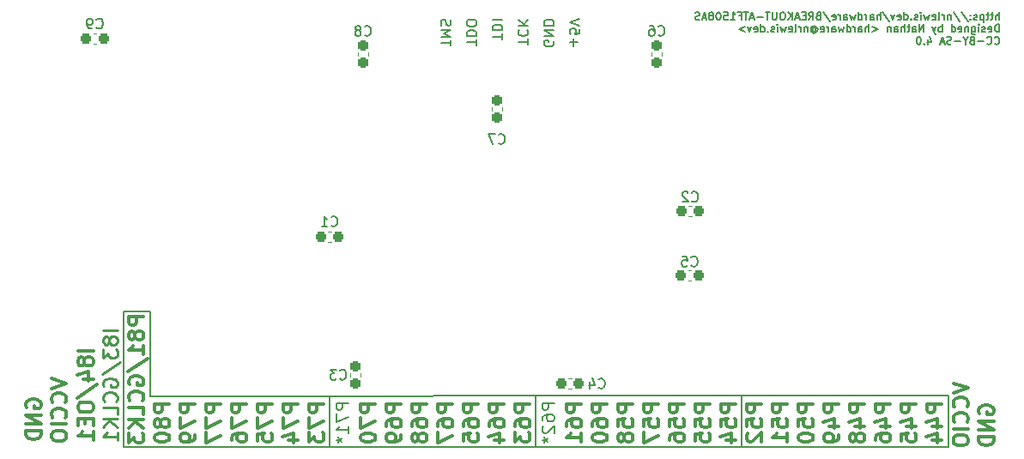
<source format=gbo>
G04 #@! TF.GenerationSoftware,KiCad,Pcbnew,6.0.1*
G04 #@! TF.CreationDate,2022-02-14T19:14:06-08:00*
G04 #@! TF.ProjectId,BREAKOUT-ATF1508AS,42524541-4b4f-4555-942d-415446313530,rev?*
G04 #@! TF.SameCoordinates,Original*
G04 #@! TF.FileFunction,Legend,Bot*
G04 #@! TF.FilePolarity,Positive*
%FSLAX46Y46*%
G04 Gerber Fmt 4.6, Leading zero omitted, Abs format (unit mm)*
G04 Created by KiCad (PCBNEW 6.0.1) date 2022-02-14 19:14:06*
%MOMM*%
%LPD*%
G01*
G04 APERTURE LIST*
G04 Aperture macros list*
%AMRoundRect*
0 Rectangle with rounded corners*
0 $1 Rounding radius*
0 $2 $3 $4 $5 $6 $7 $8 $9 X,Y pos of 4 corners*
0 Add a 4 corners polygon primitive as box body*
4,1,4,$2,$3,$4,$5,$6,$7,$8,$9,$2,$3,0*
0 Add four circle primitives for the rounded corners*
1,1,$1+$1,$2,$3*
1,1,$1+$1,$4,$5*
1,1,$1+$1,$6,$7*
1,1,$1+$1,$8,$9*
0 Add four rect primitives between the rounded corners*
20,1,$1+$1,$2,$3,$4,$5,0*
20,1,$1+$1,$4,$5,$6,$7,0*
20,1,$1+$1,$6,$7,$8,$9,0*
20,1,$1+$1,$8,$9,$2,$3,0*%
G04 Aperture macros list end*
%ADD10C,0.150000*%
%ADD11C,0.300000*%
%ADD12C,0.200000*%
%ADD13C,0.275000*%
%ADD14C,0.120000*%
%ADD15R,1.700000X1.700000*%
%ADD16O,1.700000X1.700000*%
%ADD17R,1.422400X1.422400*%
%ADD18C,1.422400*%
%ADD19R,1.600000X1.600000*%
%ADD20C,1.600000*%
%ADD21RoundRect,0.237500X0.300000X0.237500X-0.300000X0.237500X-0.300000X-0.237500X0.300000X-0.237500X0*%
%ADD22RoundRect,0.237500X-0.300000X-0.237500X0.300000X-0.237500X0.300000X0.237500X-0.300000X0.237500X0*%
%ADD23RoundRect,0.237500X0.237500X-0.300000X0.237500X0.300000X-0.237500X0.300000X-0.237500X-0.300000X0*%
%ADD24RoundRect,0.237500X-0.237500X0.300000X-0.237500X-0.300000X0.237500X-0.300000X0.237500X0.300000X0*%
G04 APERTURE END LIST*
D10*
X111510000Y-101740000D02*
X111510000Y-110050000D01*
X149560000Y-114130000D02*
X149560000Y-111170000D01*
X149560000Y-115110000D02*
X149560000Y-114130000D01*
X169880000Y-114690000D02*
X169880000Y-111290000D01*
X149560000Y-115110000D02*
X129200000Y-115110000D01*
X190210000Y-115110000D02*
X169880000Y-115110000D01*
X169880000Y-110040000D02*
X149560000Y-110040000D01*
X169880000Y-114690000D02*
X169880000Y-115110000D01*
X129200000Y-110050000D02*
X129200000Y-115110000D01*
X108910000Y-101740000D02*
X111510000Y-101740000D01*
X149560000Y-110040000D02*
X129200000Y-110050000D01*
X108910000Y-115110000D02*
X108910000Y-110510000D01*
X190210000Y-110030000D02*
X190210000Y-115110000D01*
X169880000Y-110040000D02*
X190210000Y-110030000D01*
X169880000Y-115110000D02*
X149560000Y-115110000D01*
X169880000Y-111290000D02*
X169880000Y-110040000D01*
X129200000Y-115110000D02*
X108910000Y-115110000D01*
X108910000Y-110510000D02*
X108910000Y-110050000D01*
X149560000Y-111170000D02*
X149560000Y-110040000D01*
X108910000Y-101880000D02*
X108910000Y-101740000D01*
X108910000Y-110050000D02*
X108910000Y-101880000D01*
X111510000Y-110050000D02*
X129200000Y-110050000D01*
D11*
X181988571Y-110862142D02*
X180488571Y-110862142D01*
X180488571Y-111433571D01*
X180560000Y-111576428D01*
X180631428Y-111647857D01*
X180774285Y-111719285D01*
X180988571Y-111719285D01*
X181131428Y-111647857D01*
X181202857Y-111576428D01*
X181274285Y-111433571D01*
X181274285Y-110862142D01*
X180988571Y-113005000D02*
X181988571Y-113005000D01*
X180417142Y-112647857D02*
X181488571Y-112290714D01*
X181488571Y-113219285D01*
X181131428Y-114005000D02*
X181060000Y-113862142D01*
X180988571Y-113790714D01*
X180845714Y-113719285D01*
X180774285Y-113719285D01*
X180631428Y-113790714D01*
X180560000Y-113862142D01*
X180488571Y-114005000D01*
X180488571Y-114290714D01*
X180560000Y-114433571D01*
X180631428Y-114505000D01*
X180774285Y-114576428D01*
X180845714Y-114576428D01*
X180988571Y-114505000D01*
X181060000Y-114433571D01*
X181131428Y-114290714D01*
X181131428Y-114005000D01*
X181202857Y-113862142D01*
X181274285Y-113790714D01*
X181417142Y-113719285D01*
X181702857Y-113719285D01*
X181845714Y-113790714D01*
X181917142Y-113862142D01*
X181988571Y-114005000D01*
X181988571Y-114290714D01*
X181917142Y-114433571D01*
X181845714Y-114505000D01*
X181702857Y-114576428D01*
X181417142Y-114576428D01*
X181274285Y-114505000D01*
X181202857Y-114433571D01*
X181131428Y-114290714D01*
D12*
X151372857Y-110725714D02*
X150172857Y-110725714D01*
X150172857Y-111182857D01*
X150230000Y-111297142D01*
X150287142Y-111354285D01*
X150401428Y-111411428D01*
X150572857Y-111411428D01*
X150687142Y-111354285D01*
X150744285Y-111297142D01*
X150801428Y-111182857D01*
X150801428Y-110725714D01*
X150172857Y-112440000D02*
X150172857Y-112211428D01*
X150230000Y-112097142D01*
X150287142Y-112040000D01*
X150458571Y-111925714D01*
X150687142Y-111868571D01*
X151144285Y-111868571D01*
X151258571Y-111925714D01*
X151315714Y-111982857D01*
X151372857Y-112097142D01*
X151372857Y-112325714D01*
X151315714Y-112440000D01*
X151258571Y-112497142D01*
X151144285Y-112554285D01*
X150858571Y-112554285D01*
X150744285Y-112497142D01*
X150687142Y-112440000D01*
X150630000Y-112325714D01*
X150630000Y-112097142D01*
X150687142Y-111982857D01*
X150744285Y-111925714D01*
X150858571Y-111868571D01*
X150287142Y-113011428D02*
X150230000Y-113068571D01*
X150172857Y-113182857D01*
X150172857Y-113468571D01*
X150230000Y-113582857D01*
X150287142Y-113640000D01*
X150401428Y-113697142D01*
X150515714Y-113697142D01*
X150687142Y-113640000D01*
X151372857Y-112954285D01*
X151372857Y-113697142D01*
X150172857Y-114382857D02*
X150458571Y-114382857D01*
X150344285Y-114097142D02*
X150458571Y-114382857D01*
X150344285Y-114668571D01*
X150687142Y-114211428D02*
X150458571Y-114382857D01*
X150687142Y-114554285D01*
D10*
X195233928Y-72921785D02*
X195233928Y-72171785D01*
X194912500Y-72921785D02*
X194912500Y-72528928D01*
X194948214Y-72457500D01*
X195019642Y-72421785D01*
X195126785Y-72421785D01*
X195198214Y-72457500D01*
X195233928Y-72493214D01*
X194662500Y-72421785D02*
X194376785Y-72421785D01*
X194555357Y-72171785D02*
X194555357Y-72814642D01*
X194519642Y-72886071D01*
X194448214Y-72921785D01*
X194376785Y-72921785D01*
X194233928Y-72421785D02*
X193948214Y-72421785D01*
X194126785Y-72171785D02*
X194126785Y-72814642D01*
X194091071Y-72886071D01*
X194019642Y-72921785D01*
X193948214Y-72921785D01*
X193698214Y-72421785D02*
X193698214Y-73171785D01*
X193698214Y-72457500D02*
X193626785Y-72421785D01*
X193483928Y-72421785D01*
X193412500Y-72457500D01*
X193376785Y-72493214D01*
X193341071Y-72564642D01*
X193341071Y-72778928D01*
X193376785Y-72850357D01*
X193412500Y-72886071D01*
X193483928Y-72921785D01*
X193626785Y-72921785D01*
X193698214Y-72886071D01*
X193055357Y-72886071D02*
X192983928Y-72921785D01*
X192841071Y-72921785D01*
X192769642Y-72886071D01*
X192733928Y-72814642D01*
X192733928Y-72778928D01*
X192769642Y-72707500D01*
X192841071Y-72671785D01*
X192948214Y-72671785D01*
X193019642Y-72636071D01*
X193055357Y-72564642D01*
X193055357Y-72528928D01*
X193019642Y-72457500D01*
X192948214Y-72421785D01*
X192841071Y-72421785D01*
X192769642Y-72457500D01*
X192412500Y-72850357D02*
X192376785Y-72886071D01*
X192412500Y-72921785D01*
X192448214Y-72886071D01*
X192412500Y-72850357D01*
X192412500Y-72921785D01*
X192412500Y-72457500D02*
X192376785Y-72493214D01*
X192412500Y-72528928D01*
X192448214Y-72493214D01*
X192412500Y-72457500D01*
X192412500Y-72528928D01*
X191519642Y-72136071D02*
X192162500Y-73100357D01*
X190733928Y-72136071D02*
X191376785Y-73100357D01*
X190483928Y-72421785D02*
X190483928Y-72921785D01*
X190483928Y-72493214D02*
X190448214Y-72457500D01*
X190376785Y-72421785D01*
X190269642Y-72421785D01*
X190198214Y-72457500D01*
X190162500Y-72528928D01*
X190162500Y-72921785D01*
X189805357Y-72921785D02*
X189805357Y-72421785D01*
X189805357Y-72564642D02*
X189769642Y-72493214D01*
X189733928Y-72457500D01*
X189662500Y-72421785D01*
X189591071Y-72421785D01*
X189233928Y-72921785D02*
X189305357Y-72886071D01*
X189341071Y-72814642D01*
X189341071Y-72171785D01*
X188662500Y-72886071D02*
X188733928Y-72921785D01*
X188876785Y-72921785D01*
X188948214Y-72886071D01*
X188983928Y-72814642D01*
X188983928Y-72528928D01*
X188948214Y-72457500D01*
X188876785Y-72421785D01*
X188733928Y-72421785D01*
X188662500Y-72457500D01*
X188626785Y-72528928D01*
X188626785Y-72600357D01*
X188983928Y-72671785D01*
X188376785Y-72421785D02*
X188233928Y-72921785D01*
X188091071Y-72564642D01*
X187948214Y-72921785D01*
X187805357Y-72421785D01*
X187519642Y-72921785D02*
X187519642Y-72421785D01*
X187519642Y-72171785D02*
X187555357Y-72207500D01*
X187519642Y-72243214D01*
X187483928Y-72207500D01*
X187519642Y-72171785D01*
X187519642Y-72243214D01*
X187198214Y-72886071D02*
X187126785Y-72921785D01*
X186983928Y-72921785D01*
X186912500Y-72886071D01*
X186876785Y-72814642D01*
X186876785Y-72778928D01*
X186912500Y-72707500D01*
X186983928Y-72671785D01*
X187091071Y-72671785D01*
X187162500Y-72636071D01*
X187198214Y-72564642D01*
X187198214Y-72528928D01*
X187162500Y-72457500D01*
X187091071Y-72421785D01*
X186983928Y-72421785D01*
X186912500Y-72457500D01*
X186555357Y-72850357D02*
X186519642Y-72886071D01*
X186555357Y-72921785D01*
X186591071Y-72886071D01*
X186555357Y-72850357D01*
X186555357Y-72921785D01*
X185876785Y-72921785D02*
X185876785Y-72171785D01*
X185876785Y-72886071D02*
X185948214Y-72921785D01*
X186091071Y-72921785D01*
X186162500Y-72886071D01*
X186198214Y-72850357D01*
X186233928Y-72778928D01*
X186233928Y-72564642D01*
X186198214Y-72493214D01*
X186162500Y-72457500D01*
X186091071Y-72421785D01*
X185948214Y-72421785D01*
X185876785Y-72457500D01*
X185233928Y-72886071D02*
X185305357Y-72921785D01*
X185448214Y-72921785D01*
X185519642Y-72886071D01*
X185555357Y-72814642D01*
X185555357Y-72528928D01*
X185519642Y-72457500D01*
X185448214Y-72421785D01*
X185305357Y-72421785D01*
X185233928Y-72457500D01*
X185198214Y-72528928D01*
X185198214Y-72600357D01*
X185555357Y-72671785D01*
X184948214Y-72421785D02*
X184769642Y-72921785D01*
X184591071Y-72421785D01*
X183769642Y-72136071D02*
X184412500Y-73100357D01*
X183519642Y-72921785D02*
X183519642Y-72171785D01*
X183198214Y-72921785D02*
X183198214Y-72528928D01*
X183233928Y-72457500D01*
X183305357Y-72421785D01*
X183412500Y-72421785D01*
X183483928Y-72457500D01*
X183519642Y-72493214D01*
X182519642Y-72921785D02*
X182519642Y-72528928D01*
X182555357Y-72457500D01*
X182626785Y-72421785D01*
X182769642Y-72421785D01*
X182841071Y-72457500D01*
X182519642Y-72886071D02*
X182591071Y-72921785D01*
X182769642Y-72921785D01*
X182841071Y-72886071D01*
X182876785Y-72814642D01*
X182876785Y-72743214D01*
X182841071Y-72671785D01*
X182769642Y-72636071D01*
X182591071Y-72636071D01*
X182519642Y-72600357D01*
X182162500Y-72921785D02*
X182162500Y-72421785D01*
X182162500Y-72564642D02*
X182126785Y-72493214D01*
X182091071Y-72457500D01*
X182019642Y-72421785D01*
X181948214Y-72421785D01*
X181376785Y-72921785D02*
X181376785Y-72171785D01*
X181376785Y-72886071D02*
X181448214Y-72921785D01*
X181591071Y-72921785D01*
X181662500Y-72886071D01*
X181698214Y-72850357D01*
X181733928Y-72778928D01*
X181733928Y-72564642D01*
X181698214Y-72493214D01*
X181662500Y-72457500D01*
X181591071Y-72421785D01*
X181448214Y-72421785D01*
X181376785Y-72457500D01*
X181091071Y-72421785D02*
X180948214Y-72921785D01*
X180805357Y-72564642D01*
X180662500Y-72921785D01*
X180519642Y-72421785D01*
X179912500Y-72921785D02*
X179912500Y-72528928D01*
X179948214Y-72457500D01*
X180019642Y-72421785D01*
X180162500Y-72421785D01*
X180233928Y-72457500D01*
X179912500Y-72886071D02*
X179983928Y-72921785D01*
X180162500Y-72921785D01*
X180233928Y-72886071D01*
X180269642Y-72814642D01*
X180269642Y-72743214D01*
X180233928Y-72671785D01*
X180162500Y-72636071D01*
X179983928Y-72636071D01*
X179912500Y-72600357D01*
X179555357Y-72921785D02*
X179555357Y-72421785D01*
X179555357Y-72564642D02*
X179519642Y-72493214D01*
X179483928Y-72457500D01*
X179412500Y-72421785D01*
X179341071Y-72421785D01*
X178805357Y-72886071D02*
X178876785Y-72921785D01*
X179019642Y-72921785D01*
X179091071Y-72886071D01*
X179126785Y-72814642D01*
X179126785Y-72528928D01*
X179091071Y-72457500D01*
X179019642Y-72421785D01*
X178876785Y-72421785D01*
X178805357Y-72457500D01*
X178769642Y-72528928D01*
X178769642Y-72600357D01*
X179126785Y-72671785D01*
X177912500Y-72136071D02*
X178555357Y-73100357D01*
X177412500Y-72528928D02*
X177305357Y-72564642D01*
X177269642Y-72600357D01*
X177233928Y-72671785D01*
X177233928Y-72778928D01*
X177269642Y-72850357D01*
X177305357Y-72886071D01*
X177376785Y-72921785D01*
X177662500Y-72921785D01*
X177662500Y-72171785D01*
X177412500Y-72171785D01*
X177341071Y-72207500D01*
X177305357Y-72243214D01*
X177269642Y-72314642D01*
X177269642Y-72386071D01*
X177305357Y-72457500D01*
X177341071Y-72493214D01*
X177412500Y-72528928D01*
X177662500Y-72528928D01*
X176483928Y-72921785D02*
X176733928Y-72564642D01*
X176912500Y-72921785D02*
X176912500Y-72171785D01*
X176626785Y-72171785D01*
X176555357Y-72207500D01*
X176519642Y-72243214D01*
X176483928Y-72314642D01*
X176483928Y-72421785D01*
X176519642Y-72493214D01*
X176555357Y-72528928D01*
X176626785Y-72564642D01*
X176912500Y-72564642D01*
X176162500Y-72528928D02*
X175912500Y-72528928D01*
X175805357Y-72921785D02*
X176162500Y-72921785D01*
X176162500Y-72171785D01*
X175805357Y-72171785D01*
X175519642Y-72707500D02*
X175162500Y-72707500D01*
X175591071Y-72921785D02*
X175341071Y-72171785D01*
X175091071Y-72921785D01*
X174841071Y-72921785D02*
X174841071Y-72171785D01*
X174412500Y-72921785D02*
X174733928Y-72493214D01*
X174412500Y-72171785D02*
X174841071Y-72600357D01*
X173948214Y-72171785D02*
X173805357Y-72171785D01*
X173733928Y-72207500D01*
X173662500Y-72278928D01*
X173626785Y-72421785D01*
X173626785Y-72671785D01*
X173662500Y-72814642D01*
X173733928Y-72886071D01*
X173805357Y-72921785D01*
X173948214Y-72921785D01*
X174019642Y-72886071D01*
X174091071Y-72814642D01*
X174126785Y-72671785D01*
X174126785Y-72421785D01*
X174091071Y-72278928D01*
X174019642Y-72207500D01*
X173948214Y-72171785D01*
X173305357Y-72171785D02*
X173305357Y-72778928D01*
X173269642Y-72850357D01*
X173233928Y-72886071D01*
X173162500Y-72921785D01*
X173019642Y-72921785D01*
X172948214Y-72886071D01*
X172912500Y-72850357D01*
X172876785Y-72778928D01*
X172876785Y-72171785D01*
X172626785Y-72171785D02*
X172198214Y-72171785D01*
X172412500Y-72921785D02*
X172412500Y-72171785D01*
X171948214Y-72636071D02*
X171376785Y-72636071D01*
X171055357Y-72707500D02*
X170698214Y-72707500D01*
X171126785Y-72921785D02*
X170876785Y-72171785D01*
X170626785Y-72921785D01*
X170483928Y-72171785D02*
X170055357Y-72171785D01*
X170269642Y-72921785D02*
X170269642Y-72171785D01*
X169555357Y-72528928D02*
X169805357Y-72528928D01*
X169805357Y-72921785D02*
X169805357Y-72171785D01*
X169448214Y-72171785D01*
X168769642Y-72921785D02*
X169198214Y-72921785D01*
X168983928Y-72921785D02*
X168983928Y-72171785D01*
X169055357Y-72278928D01*
X169126785Y-72350357D01*
X169198214Y-72386071D01*
X168091071Y-72171785D02*
X168448214Y-72171785D01*
X168483928Y-72528928D01*
X168448214Y-72493214D01*
X168376785Y-72457500D01*
X168198214Y-72457500D01*
X168126785Y-72493214D01*
X168091071Y-72528928D01*
X168055357Y-72600357D01*
X168055357Y-72778928D01*
X168091071Y-72850357D01*
X168126785Y-72886071D01*
X168198214Y-72921785D01*
X168376785Y-72921785D01*
X168448214Y-72886071D01*
X168483928Y-72850357D01*
X167591071Y-72171785D02*
X167519642Y-72171785D01*
X167448214Y-72207500D01*
X167412500Y-72243214D01*
X167376785Y-72314642D01*
X167341071Y-72457500D01*
X167341071Y-72636071D01*
X167376785Y-72778928D01*
X167412500Y-72850357D01*
X167448214Y-72886071D01*
X167519642Y-72921785D01*
X167591071Y-72921785D01*
X167662500Y-72886071D01*
X167698214Y-72850357D01*
X167733928Y-72778928D01*
X167769642Y-72636071D01*
X167769642Y-72457500D01*
X167733928Y-72314642D01*
X167698214Y-72243214D01*
X167662500Y-72207500D01*
X167591071Y-72171785D01*
X166912500Y-72493214D02*
X166983928Y-72457500D01*
X167019642Y-72421785D01*
X167055357Y-72350357D01*
X167055357Y-72314642D01*
X167019642Y-72243214D01*
X166983928Y-72207500D01*
X166912500Y-72171785D01*
X166769642Y-72171785D01*
X166698214Y-72207500D01*
X166662500Y-72243214D01*
X166626785Y-72314642D01*
X166626785Y-72350357D01*
X166662500Y-72421785D01*
X166698214Y-72457500D01*
X166769642Y-72493214D01*
X166912500Y-72493214D01*
X166983928Y-72528928D01*
X167019642Y-72564642D01*
X167055357Y-72636071D01*
X167055357Y-72778928D01*
X167019642Y-72850357D01*
X166983928Y-72886071D01*
X166912500Y-72921785D01*
X166769642Y-72921785D01*
X166698214Y-72886071D01*
X166662500Y-72850357D01*
X166626785Y-72778928D01*
X166626785Y-72636071D01*
X166662500Y-72564642D01*
X166698214Y-72528928D01*
X166769642Y-72493214D01*
X166341071Y-72707500D02*
X165983928Y-72707500D01*
X166412500Y-72921785D02*
X166162500Y-72171785D01*
X165912500Y-72921785D01*
X165698214Y-72886071D02*
X165591071Y-72921785D01*
X165412500Y-72921785D01*
X165341071Y-72886071D01*
X165305357Y-72850357D01*
X165269642Y-72778928D01*
X165269642Y-72707500D01*
X165305357Y-72636071D01*
X165341071Y-72600357D01*
X165412500Y-72564642D01*
X165555357Y-72528928D01*
X165626785Y-72493214D01*
X165662500Y-72457500D01*
X165698214Y-72386071D01*
X165698214Y-72314642D01*
X165662500Y-72243214D01*
X165626785Y-72207500D01*
X165555357Y-72171785D01*
X165376785Y-72171785D01*
X165269642Y-72207500D01*
X195233928Y-74129285D02*
X195233928Y-73379285D01*
X195055357Y-73379285D01*
X194948214Y-73415000D01*
X194876785Y-73486428D01*
X194841071Y-73557857D01*
X194805357Y-73700714D01*
X194805357Y-73807857D01*
X194841071Y-73950714D01*
X194876785Y-74022142D01*
X194948214Y-74093571D01*
X195055357Y-74129285D01*
X195233928Y-74129285D01*
X194198214Y-74093571D02*
X194269642Y-74129285D01*
X194412500Y-74129285D01*
X194483928Y-74093571D01*
X194519642Y-74022142D01*
X194519642Y-73736428D01*
X194483928Y-73665000D01*
X194412500Y-73629285D01*
X194269642Y-73629285D01*
X194198214Y-73665000D01*
X194162500Y-73736428D01*
X194162500Y-73807857D01*
X194519642Y-73879285D01*
X193876785Y-74093571D02*
X193805357Y-74129285D01*
X193662500Y-74129285D01*
X193591071Y-74093571D01*
X193555357Y-74022142D01*
X193555357Y-73986428D01*
X193591071Y-73915000D01*
X193662500Y-73879285D01*
X193769642Y-73879285D01*
X193841071Y-73843571D01*
X193876785Y-73772142D01*
X193876785Y-73736428D01*
X193841071Y-73665000D01*
X193769642Y-73629285D01*
X193662500Y-73629285D01*
X193591071Y-73665000D01*
X193233928Y-74129285D02*
X193233928Y-73629285D01*
X193233928Y-73379285D02*
X193269642Y-73415000D01*
X193233928Y-73450714D01*
X193198214Y-73415000D01*
X193233928Y-73379285D01*
X193233928Y-73450714D01*
X192555357Y-73629285D02*
X192555357Y-74236428D01*
X192591071Y-74307857D01*
X192626785Y-74343571D01*
X192698214Y-74379285D01*
X192805357Y-74379285D01*
X192876785Y-74343571D01*
X192555357Y-74093571D02*
X192626785Y-74129285D01*
X192769642Y-74129285D01*
X192841071Y-74093571D01*
X192876785Y-74057857D01*
X192912500Y-73986428D01*
X192912500Y-73772142D01*
X192876785Y-73700714D01*
X192841071Y-73665000D01*
X192769642Y-73629285D01*
X192626785Y-73629285D01*
X192555357Y-73665000D01*
X192198214Y-73629285D02*
X192198214Y-74129285D01*
X192198214Y-73700714D02*
X192162500Y-73665000D01*
X192091071Y-73629285D01*
X191983928Y-73629285D01*
X191912500Y-73665000D01*
X191876785Y-73736428D01*
X191876785Y-74129285D01*
X191233928Y-74093571D02*
X191305357Y-74129285D01*
X191448214Y-74129285D01*
X191519642Y-74093571D01*
X191555357Y-74022142D01*
X191555357Y-73736428D01*
X191519642Y-73665000D01*
X191448214Y-73629285D01*
X191305357Y-73629285D01*
X191233928Y-73665000D01*
X191198214Y-73736428D01*
X191198214Y-73807857D01*
X191555357Y-73879285D01*
X190555357Y-74129285D02*
X190555357Y-73379285D01*
X190555357Y-74093571D02*
X190626785Y-74129285D01*
X190769642Y-74129285D01*
X190841071Y-74093571D01*
X190876785Y-74057857D01*
X190912500Y-73986428D01*
X190912500Y-73772142D01*
X190876785Y-73700714D01*
X190841071Y-73665000D01*
X190769642Y-73629285D01*
X190626785Y-73629285D01*
X190555357Y-73665000D01*
X189626785Y-74129285D02*
X189626785Y-73379285D01*
X189626785Y-73665000D02*
X189555357Y-73629285D01*
X189412500Y-73629285D01*
X189341071Y-73665000D01*
X189305357Y-73700714D01*
X189269642Y-73772142D01*
X189269642Y-73986428D01*
X189305357Y-74057857D01*
X189341071Y-74093571D01*
X189412500Y-74129285D01*
X189555357Y-74129285D01*
X189626785Y-74093571D01*
X189019642Y-73629285D02*
X188841071Y-74129285D01*
X188662500Y-73629285D02*
X188841071Y-74129285D01*
X188912500Y-74307857D01*
X188948214Y-74343571D01*
X189019642Y-74379285D01*
X187805357Y-74129285D02*
X187805357Y-73379285D01*
X187376785Y-74129285D01*
X187376785Y-73379285D01*
X186698214Y-74129285D02*
X186698214Y-73736428D01*
X186733928Y-73665000D01*
X186805357Y-73629285D01*
X186948214Y-73629285D01*
X187019642Y-73665000D01*
X186698214Y-74093571D02*
X186769642Y-74129285D01*
X186948214Y-74129285D01*
X187019642Y-74093571D01*
X187055357Y-74022142D01*
X187055357Y-73950714D01*
X187019642Y-73879285D01*
X186948214Y-73843571D01*
X186769642Y-73843571D01*
X186698214Y-73807857D01*
X186448214Y-73629285D02*
X186162500Y-73629285D01*
X186341071Y-73379285D02*
X186341071Y-74022142D01*
X186305357Y-74093571D01*
X186233928Y-74129285D01*
X186162500Y-74129285D01*
X185912500Y-74129285D02*
X185912500Y-73379285D01*
X185591071Y-74129285D02*
X185591071Y-73736428D01*
X185626785Y-73665000D01*
X185698214Y-73629285D01*
X185805357Y-73629285D01*
X185876785Y-73665000D01*
X185912500Y-73700714D01*
X184912500Y-74129285D02*
X184912500Y-73736428D01*
X184948214Y-73665000D01*
X185019642Y-73629285D01*
X185162500Y-73629285D01*
X185233928Y-73665000D01*
X184912500Y-74093571D02*
X184983928Y-74129285D01*
X185162500Y-74129285D01*
X185233928Y-74093571D01*
X185269642Y-74022142D01*
X185269642Y-73950714D01*
X185233928Y-73879285D01*
X185162500Y-73843571D01*
X184983928Y-73843571D01*
X184912500Y-73807857D01*
X184555357Y-73629285D02*
X184555357Y-74129285D01*
X184555357Y-73700714D02*
X184519642Y-73665000D01*
X184448214Y-73629285D01*
X184341071Y-73629285D01*
X184269642Y-73665000D01*
X184233928Y-73736428D01*
X184233928Y-74129285D01*
X182733928Y-73629285D02*
X183305357Y-73843571D01*
X182733928Y-74057857D01*
X182376785Y-74129285D02*
X182376785Y-73379285D01*
X182055357Y-74129285D02*
X182055357Y-73736428D01*
X182091071Y-73665000D01*
X182162500Y-73629285D01*
X182269642Y-73629285D01*
X182341071Y-73665000D01*
X182376785Y-73700714D01*
X181376785Y-74129285D02*
X181376785Y-73736428D01*
X181412500Y-73665000D01*
X181483928Y-73629285D01*
X181626785Y-73629285D01*
X181698214Y-73665000D01*
X181376785Y-74093571D02*
X181448214Y-74129285D01*
X181626785Y-74129285D01*
X181698214Y-74093571D01*
X181733928Y-74022142D01*
X181733928Y-73950714D01*
X181698214Y-73879285D01*
X181626785Y-73843571D01*
X181448214Y-73843571D01*
X181376785Y-73807857D01*
X181019642Y-74129285D02*
X181019642Y-73629285D01*
X181019642Y-73772142D02*
X180983928Y-73700714D01*
X180948214Y-73665000D01*
X180876785Y-73629285D01*
X180805357Y-73629285D01*
X180233928Y-74129285D02*
X180233928Y-73379285D01*
X180233928Y-74093571D02*
X180305357Y-74129285D01*
X180448214Y-74129285D01*
X180519642Y-74093571D01*
X180555357Y-74057857D01*
X180591071Y-73986428D01*
X180591071Y-73772142D01*
X180555357Y-73700714D01*
X180519642Y-73665000D01*
X180448214Y-73629285D01*
X180305357Y-73629285D01*
X180233928Y-73665000D01*
X179948214Y-73629285D02*
X179805357Y-74129285D01*
X179662500Y-73772142D01*
X179519642Y-74129285D01*
X179376785Y-73629285D01*
X178769642Y-74129285D02*
X178769642Y-73736428D01*
X178805357Y-73665000D01*
X178876785Y-73629285D01*
X179019642Y-73629285D01*
X179091071Y-73665000D01*
X178769642Y-74093571D02*
X178841071Y-74129285D01*
X179019642Y-74129285D01*
X179091071Y-74093571D01*
X179126785Y-74022142D01*
X179126785Y-73950714D01*
X179091071Y-73879285D01*
X179019642Y-73843571D01*
X178841071Y-73843571D01*
X178769642Y-73807857D01*
X178412500Y-74129285D02*
X178412500Y-73629285D01*
X178412500Y-73772142D02*
X178376785Y-73700714D01*
X178341071Y-73665000D01*
X178269642Y-73629285D01*
X178198214Y-73629285D01*
X177662500Y-74093571D02*
X177733928Y-74129285D01*
X177876785Y-74129285D01*
X177948214Y-74093571D01*
X177983928Y-74022142D01*
X177983928Y-73736428D01*
X177948214Y-73665000D01*
X177876785Y-73629285D01*
X177733928Y-73629285D01*
X177662500Y-73665000D01*
X177626785Y-73736428D01*
X177626785Y-73807857D01*
X177983928Y-73879285D01*
X176841071Y-73772142D02*
X176876785Y-73736428D01*
X176948214Y-73700714D01*
X177019642Y-73700714D01*
X177091071Y-73736428D01*
X177126785Y-73772142D01*
X177162500Y-73843571D01*
X177162500Y-73915000D01*
X177126785Y-73986428D01*
X177091071Y-74022142D01*
X177019642Y-74057857D01*
X176948214Y-74057857D01*
X176876785Y-74022142D01*
X176841071Y-73986428D01*
X176841071Y-73700714D02*
X176841071Y-73986428D01*
X176805357Y-74022142D01*
X176769642Y-74022142D01*
X176698214Y-73986428D01*
X176662500Y-73915000D01*
X176662500Y-73736428D01*
X176733928Y-73629285D01*
X176841071Y-73557857D01*
X176983928Y-73522142D01*
X177126785Y-73557857D01*
X177233928Y-73629285D01*
X177305357Y-73736428D01*
X177341071Y-73879285D01*
X177305357Y-74022142D01*
X177233928Y-74129285D01*
X177126785Y-74200714D01*
X176983928Y-74236428D01*
X176841071Y-74200714D01*
X176733928Y-74129285D01*
X176341071Y-73629285D02*
X176341071Y-74129285D01*
X176341071Y-73700714D02*
X176305357Y-73665000D01*
X176233928Y-73629285D01*
X176126785Y-73629285D01*
X176055357Y-73665000D01*
X176019642Y-73736428D01*
X176019642Y-74129285D01*
X175662500Y-74129285D02*
X175662500Y-73629285D01*
X175662500Y-73772142D02*
X175626785Y-73700714D01*
X175591071Y-73665000D01*
X175519642Y-73629285D01*
X175448214Y-73629285D01*
X175091071Y-74129285D02*
X175162500Y-74093571D01*
X175198214Y-74022142D01*
X175198214Y-73379285D01*
X174519642Y-74093571D02*
X174591071Y-74129285D01*
X174733928Y-74129285D01*
X174805357Y-74093571D01*
X174841071Y-74022142D01*
X174841071Y-73736428D01*
X174805357Y-73665000D01*
X174733928Y-73629285D01*
X174591071Y-73629285D01*
X174519642Y-73665000D01*
X174483928Y-73736428D01*
X174483928Y-73807857D01*
X174841071Y-73879285D01*
X174233928Y-73629285D02*
X174091071Y-74129285D01*
X173948214Y-73772142D01*
X173805357Y-74129285D01*
X173662500Y-73629285D01*
X173376785Y-74129285D02*
X173376785Y-73629285D01*
X173376785Y-73379285D02*
X173412500Y-73415000D01*
X173376785Y-73450714D01*
X173341071Y-73415000D01*
X173376785Y-73379285D01*
X173376785Y-73450714D01*
X173055357Y-74093571D02*
X172983928Y-74129285D01*
X172841071Y-74129285D01*
X172769642Y-74093571D01*
X172733928Y-74022142D01*
X172733928Y-73986428D01*
X172769642Y-73915000D01*
X172841071Y-73879285D01*
X172948214Y-73879285D01*
X173019642Y-73843571D01*
X173055357Y-73772142D01*
X173055357Y-73736428D01*
X173019642Y-73665000D01*
X172948214Y-73629285D01*
X172841071Y-73629285D01*
X172769642Y-73665000D01*
X172412500Y-74057857D02*
X172376785Y-74093571D01*
X172412500Y-74129285D01*
X172448214Y-74093571D01*
X172412500Y-74057857D01*
X172412500Y-74129285D01*
X171733928Y-74129285D02*
X171733928Y-73379285D01*
X171733928Y-74093571D02*
X171805357Y-74129285D01*
X171948214Y-74129285D01*
X172019642Y-74093571D01*
X172055357Y-74057857D01*
X172091071Y-73986428D01*
X172091071Y-73772142D01*
X172055357Y-73700714D01*
X172019642Y-73665000D01*
X171948214Y-73629285D01*
X171805357Y-73629285D01*
X171733928Y-73665000D01*
X171091071Y-74093571D02*
X171162500Y-74129285D01*
X171305357Y-74129285D01*
X171376785Y-74093571D01*
X171412500Y-74022142D01*
X171412500Y-73736428D01*
X171376785Y-73665000D01*
X171305357Y-73629285D01*
X171162500Y-73629285D01*
X171091071Y-73665000D01*
X171055357Y-73736428D01*
X171055357Y-73807857D01*
X171412500Y-73879285D01*
X170805357Y-73629285D02*
X170626785Y-74129285D01*
X170448214Y-73629285D01*
X170162500Y-73629285D02*
X169591071Y-73843571D01*
X170162500Y-74057857D01*
X194805357Y-75265357D02*
X194841071Y-75301071D01*
X194948214Y-75336785D01*
X195019642Y-75336785D01*
X195126785Y-75301071D01*
X195198214Y-75229642D01*
X195233928Y-75158214D01*
X195269642Y-75015357D01*
X195269642Y-74908214D01*
X195233928Y-74765357D01*
X195198214Y-74693928D01*
X195126785Y-74622500D01*
X195019642Y-74586785D01*
X194948214Y-74586785D01*
X194841071Y-74622500D01*
X194805357Y-74658214D01*
X194055357Y-75265357D02*
X194091071Y-75301071D01*
X194198214Y-75336785D01*
X194269642Y-75336785D01*
X194376785Y-75301071D01*
X194448214Y-75229642D01*
X194483928Y-75158214D01*
X194519642Y-75015357D01*
X194519642Y-74908214D01*
X194483928Y-74765357D01*
X194448214Y-74693928D01*
X194376785Y-74622500D01*
X194269642Y-74586785D01*
X194198214Y-74586785D01*
X194091071Y-74622500D01*
X194055357Y-74658214D01*
X193733928Y-75051071D02*
X193162500Y-75051071D01*
X192555357Y-74943928D02*
X192448214Y-74979642D01*
X192412500Y-75015357D01*
X192376785Y-75086785D01*
X192376785Y-75193928D01*
X192412500Y-75265357D01*
X192448214Y-75301071D01*
X192519642Y-75336785D01*
X192805357Y-75336785D01*
X192805357Y-74586785D01*
X192555357Y-74586785D01*
X192483928Y-74622500D01*
X192448214Y-74658214D01*
X192412500Y-74729642D01*
X192412500Y-74801071D01*
X192448214Y-74872500D01*
X192483928Y-74908214D01*
X192555357Y-74943928D01*
X192805357Y-74943928D01*
X191912500Y-74979642D02*
X191912500Y-75336785D01*
X192162500Y-74586785D02*
X191912500Y-74979642D01*
X191662500Y-74586785D01*
X191412500Y-75051071D02*
X190841071Y-75051071D01*
X190519642Y-75301071D02*
X190412500Y-75336785D01*
X190233928Y-75336785D01*
X190162500Y-75301071D01*
X190126785Y-75265357D01*
X190091071Y-75193928D01*
X190091071Y-75122500D01*
X190126785Y-75051071D01*
X190162500Y-75015357D01*
X190233928Y-74979642D01*
X190376785Y-74943928D01*
X190448214Y-74908214D01*
X190483928Y-74872500D01*
X190519642Y-74801071D01*
X190519642Y-74729642D01*
X190483928Y-74658214D01*
X190448214Y-74622500D01*
X190376785Y-74586785D01*
X190198214Y-74586785D01*
X190091071Y-74622500D01*
X189805357Y-75122500D02*
X189448214Y-75122500D01*
X189876785Y-75336785D02*
X189626785Y-74586785D01*
X189376785Y-75336785D01*
X188233928Y-74836785D02*
X188233928Y-75336785D01*
X188412500Y-74551071D02*
X188591071Y-75086785D01*
X188126785Y-75086785D01*
X187841071Y-75265357D02*
X187805357Y-75301071D01*
X187841071Y-75336785D01*
X187876785Y-75301071D01*
X187841071Y-75265357D01*
X187841071Y-75336785D01*
X187341071Y-74586785D02*
X187269642Y-74586785D01*
X187198214Y-74622500D01*
X187162500Y-74658214D01*
X187126785Y-74729642D01*
X187091071Y-74872500D01*
X187091071Y-75051071D01*
X187126785Y-75193928D01*
X187162500Y-75265357D01*
X187198214Y-75301071D01*
X187269642Y-75336785D01*
X187341071Y-75336785D01*
X187412500Y-75301071D01*
X187448214Y-75265357D01*
X187483928Y-75193928D01*
X187519642Y-75051071D01*
X187519642Y-74872500D01*
X187483928Y-74729642D01*
X187448214Y-74658214D01*
X187412500Y-74622500D01*
X187341071Y-74586785D01*
D11*
X128648571Y-110862142D02*
X127148571Y-110862142D01*
X127148571Y-111433571D01*
X127220000Y-111576428D01*
X127291428Y-111647857D01*
X127434285Y-111719285D01*
X127648571Y-111719285D01*
X127791428Y-111647857D01*
X127862857Y-111576428D01*
X127934285Y-111433571D01*
X127934285Y-110862142D01*
X127148571Y-112219285D02*
X127148571Y-113219285D01*
X128648571Y-112576428D01*
X127148571Y-113647857D02*
X127148571Y-114576428D01*
X127720000Y-114076428D01*
X127720000Y-114290714D01*
X127791428Y-114433571D01*
X127862857Y-114505000D01*
X128005714Y-114576428D01*
X128362857Y-114576428D01*
X128505714Y-114505000D01*
X128577142Y-114433571D01*
X128648571Y-114290714D01*
X128648571Y-113862142D01*
X128577142Y-113719285D01*
X128505714Y-113647857D01*
X190718571Y-108777857D02*
X192218571Y-109277857D01*
X190718571Y-109777857D01*
X192075714Y-111135000D02*
X192147142Y-111063571D01*
X192218571Y-110849285D01*
X192218571Y-110706428D01*
X192147142Y-110492142D01*
X192004285Y-110349285D01*
X191861428Y-110277857D01*
X191575714Y-110206428D01*
X191361428Y-110206428D01*
X191075714Y-110277857D01*
X190932857Y-110349285D01*
X190790000Y-110492142D01*
X190718571Y-110706428D01*
X190718571Y-110849285D01*
X190790000Y-111063571D01*
X190861428Y-111135000D01*
X192075714Y-112635000D02*
X192147142Y-112563571D01*
X192218571Y-112349285D01*
X192218571Y-112206428D01*
X192147142Y-111992142D01*
X192004285Y-111849285D01*
X191861428Y-111777857D01*
X191575714Y-111706428D01*
X191361428Y-111706428D01*
X191075714Y-111777857D01*
X190932857Y-111849285D01*
X190790000Y-111992142D01*
X190718571Y-112206428D01*
X190718571Y-112349285D01*
X190790000Y-112563571D01*
X190861428Y-112635000D01*
X192218571Y-113277857D02*
X190718571Y-113277857D01*
X190718571Y-114277857D02*
X190718571Y-114563571D01*
X190790000Y-114706428D01*
X190932857Y-114849285D01*
X191218571Y-114920714D01*
X191718571Y-114920714D01*
X192004285Y-114849285D01*
X192147142Y-114706428D01*
X192218571Y-114563571D01*
X192218571Y-114277857D01*
X192147142Y-114135000D01*
X192004285Y-113992142D01*
X191718571Y-113920714D01*
X191218571Y-113920714D01*
X190932857Y-113992142D01*
X190790000Y-114135000D01*
X190718571Y-114277857D01*
X166748571Y-110862142D02*
X165248571Y-110862142D01*
X165248571Y-111433571D01*
X165320000Y-111576428D01*
X165391428Y-111647857D01*
X165534285Y-111719285D01*
X165748571Y-111719285D01*
X165891428Y-111647857D01*
X165962857Y-111576428D01*
X166034285Y-111433571D01*
X166034285Y-110862142D01*
X165248571Y-113076428D02*
X165248571Y-112362142D01*
X165962857Y-112290714D01*
X165891428Y-112362142D01*
X165820000Y-112505000D01*
X165820000Y-112862142D01*
X165891428Y-113005000D01*
X165962857Y-113076428D01*
X166105714Y-113147857D01*
X166462857Y-113147857D01*
X166605714Y-113076428D01*
X166677142Y-113005000D01*
X166748571Y-112862142D01*
X166748571Y-112505000D01*
X166677142Y-112362142D01*
X166605714Y-112290714D01*
X165248571Y-114505000D02*
X165248571Y-113790714D01*
X165962857Y-113719285D01*
X165891428Y-113790714D01*
X165820000Y-113933571D01*
X165820000Y-114290714D01*
X165891428Y-114433571D01*
X165962857Y-114505000D01*
X166105714Y-114576428D01*
X166462857Y-114576428D01*
X166605714Y-114505000D01*
X166677142Y-114433571D01*
X166748571Y-114290714D01*
X166748571Y-113933571D01*
X166677142Y-113790714D01*
X166605714Y-113719285D01*
X99320000Y-111197142D02*
X99248571Y-111054285D01*
X99248571Y-110840000D01*
X99320000Y-110625714D01*
X99462857Y-110482857D01*
X99605714Y-110411428D01*
X99891428Y-110340000D01*
X100105714Y-110340000D01*
X100391428Y-110411428D01*
X100534285Y-110482857D01*
X100677142Y-110625714D01*
X100748571Y-110840000D01*
X100748571Y-110982857D01*
X100677142Y-111197142D01*
X100605714Y-111268571D01*
X100105714Y-111268571D01*
X100105714Y-110982857D01*
X100748571Y-111911428D02*
X99248571Y-111911428D01*
X100748571Y-112768571D01*
X99248571Y-112768571D01*
X100748571Y-113482857D02*
X99248571Y-113482857D01*
X99248571Y-113840000D01*
X99320000Y-114054285D01*
X99462857Y-114197142D01*
X99605714Y-114268571D01*
X99891428Y-114340000D01*
X100105714Y-114340000D01*
X100391428Y-114268571D01*
X100534285Y-114197142D01*
X100677142Y-114054285D01*
X100748571Y-113840000D01*
X100748571Y-113482857D01*
X189608571Y-110862142D02*
X188108571Y-110862142D01*
X188108571Y-111433571D01*
X188180000Y-111576428D01*
X188251428Y-111647857D01*
X188394285Y-111719285D01*
X188608571Y-111719285D01*
X188751428Y-111647857D01*
X188822857Y-111576428D01*
X188894285Y-111433571D01*
X188894285Y-110862142D01*
X188608571Y-113005000D02*
X189608571Y-113005000D01*
X188037142Y-112647857D02*
X189108571Y-112290714D01*
X189108571Y-113219285D01*
X188608571Y-114433571D02*
X189608571Y-114433571D01*
X188037142Y-114076428D02*
X189108571Y-113719285D01*
X189108571Y-114647857D01*
X105878571Y-105572142D02*
X104378571Y-105572142D01*
X105021428Y-106500714D02*
X104950000Y-106357857D01*
X104878571Y-106286428D01*
X104735714Y-106215000D01*
X104664285Y-106215000D01*
X104521428Y-106286428D01*
X104450000Y-106357857D01*
X104378571Y-106500714D01*
X104378571Y-106786428D01*
X104450000Y-106929285D01*
X104521428Y-107000714D01*
X104664285Y-107072142D01*
X104735714Y-107072142D01*
X104878571Y-107000714D01*
X104950000Y-106929285D01*
X105021428Y-106786428D01*
X105021428Y-106500714D01*
X105092857Y-106357857D01*
X105164285Y-106286428D01*
X105307142Y-106215000D01*
X105592857Y-106215000D01*
X105735714Y-106286428D01*
X105807142Y-106357857D01*
X105878571Y-106500714D01*
X105878571Y-106786428D01*
X105807142Y-106929285D01*
X105735714Y-107000714D01*
X105592857Y-107072142D01*
X105307142Y-107072142D01*
X105164285Y-107000714D01*
X105092857Y-106929285D01*
X105021428Y-106786428D01*
X104878571Y-108357857D02*
X105878571Y-108357857D01*
X104307142Y-108000714D02*
X105378571Y-107643571D01*
X105378571Y-108572142D01*
X104307142Y-110215000D02*
X106235714Y-108929285D01*
X104378571Y-111000714D02*
X104378571Y-111286428D01*
X104450000Y-111429285D01*
X104592857Y-111572142D01*
X104878571Y-111643571D01*
X105378571Y-111643571D01*
X105664285Y-111572142D01*
X105807142Y-111429285D01*
X105878571Y-111286428D01*
X105878571Y-111000714D01*
X105807142Y-110857857D01*
X105664285Y-110715000D01*
X105378571Y-110643571D01*
X104878571Y-110643571D01*
X104592857Y-110715000D01*
X104450000Y-110857857D01*
X104378571Y-111000714D01*
X105092857Y-112286428D02*
X105092857Y-112786428D01*
X105878571Y-113000714D02*
X105878571Y-112286428D01*
X104378571Y-112286428D01*
X104378571Y-113000714D01*
X105878571Y-114429285D02*
X105878571Y-113572142D01*
X105878571Y-114000714D02*
X104378571Y-114000714D01*
X104592857Y-113857857D01*
X104735714Y-113715000D01*
X104807142Y-113572142D01*
X164208571Y-110862142D02*
X162708571Y-110862142D01*
X162708571Y-111433571D01*
X162780000Y-111576428D01*
X162851428Y-111647857D01*
X162994285Y-111719285D01*
X163208571Y-111719285D01*
X163351428Y-111647857D01*
X163422857Y-111576428D01*
X163494285Y-111433571D01*
X163494285Y-110862142D01*
X162708571Y-113076428D02*
X162708571Y-112362142D01*
X163422857Y-112290714D01*
X163351428Y-112362142D01*
X163280000Y-112505000D01*
X163280000Y-112862142D01*
X163351428Y-113005000D01*
X163422857Y-113076428D01*
X163565714Y-113147857D01*
X163922857Y-113147857D01*
X164065714Y-113076428D01*
X164137142Y-113005000D01*
X164208571Y-112862142D01*
X164208571Y-112505000D01*
X164137142Y-112362142D01*
X164065714Y-112290714D01*
X162708571Y-114433571D02*
X162708571Y-114147857D01*
X162780000Y-114005000D01*
X162851428Y-113933571D01*
X163065714Y-113790714D01*
X163351428Y-113719285D01*
X163922857Y-113719285D01*
X164065714Y-113790714D01*
X164137142Y-113862142D01*
X164208571Y-114005000D01*
X164208571Y-114290714D01*
X164137142Y-114433571D01*
X164065714Y-114505000D01*
X163922857Y-114576428D01*
X163565714Y-114576428D01*
X163422857Y-114505000D01*
X163351428Y-114433571D01*
X163280000Y-114290714D01*
X163280000Y-114005000D01*
X163351428Y-113862142D01*
X163422857Y-113790714D01*
X163565714Y-113719285D01*
X161668571Y-110862142D02*
X160168571Y-110862142D01*
X160168571Y-111433571D01*
X160240000Y-111576428D01*
X160311428Y-111647857D01*
X160454285Y-111719285D01*
X160668571Y-111719285D01*
X160811428Y-111647857D01*
X160882857Y-111576428D01*
X160954285Y-111433571D01*
X160954285Y-110862142D01*
X160168571Y-113076428D02*
X160168571Y-112362142D01*
X160882857Y-112290714D01*
X160811428Y-112362142D01*
X160740000Y-112505000D01*
X160740000Y-112862142D01*
X160811428Y-113005000D01*
X160882857Y-113076428D01*
X161025714Y-113147857D01*
X161382857Y-113147857D01*
X161525714Y-113076428D01*
X161597142Y-113005000D01*
X161668571Y-112862142D01*
X161668571Y-112505000D01*
X161597142Y-112362142D01*
X161525714Y-112290714D01*
X160168571Y-113647857D02*
X160168571Y-114647857D01*
X161668571Y-114005000D01*
X193290000Y-111787857D02*
X193218571Y-111645000D01*
X193218571Y-111430714D01*
X193290000Y-111216428D01*
X193432857Y-111073571D01*
X193575714Y-111002142D01*
X193861428Y-110930714D01*
X194075714Y-110930714D01*
X194361428Y-111002142D01*
X194504285Y-111073571D01*
X194647142Y-111216428D01*
X194718571Y-111430714D01*
X194718571Y-111573571D01*
X194647142Y-111787857D01*
X194575714Y-111859285D01*
X194075714Y-111859285D01*
X194075714Y-111573571D01*
X194718571Y-112502142D02*
X193218571Y-112502142D01*
X194718571Y-113359285D01*
X193218571Y-113359285D01*
X194718571Y-114073571D02*
X193218571Y-114073571D01*
X193218571Y-114430714D01*
X193290000Y-114645000D01*
X193432857Y-114787857D01*
X193575714Y-114859285D01*
X193861428Y-114930714D01*
X194075714Y-114930714D01*
X194361428Y-114859285D01*
X194504285Y-114787857D01*
X194647142Y-114645000D01*
X194718571Y-114430714D01*
X194718571Y-114073571D01*
X138808571Y-110862142D02*
X137308571Y-110862142D01*
X137308571Y-111433571D01*
X137380000Y-111576428D01*
X137451428Y-111647857D01*
X137594285Y-111719285D01*
X137808571Y-111719285D01*
X137951428Y-111647857D01*
X138022857Y-111576428D01*
X138094285Y-111433571D01*
X138094285Y-110862142D01*
X137308571Y-113005000D02*
X137308571Y-112719285D01*
X137380000Y-112576428D01*
X137451428Y-112505000D01*
X137665714Y-112362142D01*
X137951428Y-112290714D01*
X138522857Y-112290714D01*
X138665714Y-112362142D01*
X138737142Y-112433571D01*
X138808571Y-112576428D01*
X138808571Y-112862142D01*
X138737142Y-113005000D01*
X138665714Y-113076428D01*
X138522857Y-113147857D01*
X138165714Y-113147857D01*
X138022857Y-113076428D01*
X137951428Y-113005000D01*
X137880000Y-112862142D01*
X137880000Y-112576428D01*
X137951428Y-112433571D01*
X138022857Y-112362142D01*
X138165714Y-112290714D01*
X137951428Y-114005000D02*
X137880000Y-113862142D01*
X137808571Y-113790714D01*
X137665714Y-113719285D01*
X137594285Y-113719285D01*
X137451428Y-113790714D01*
X137380000Y-113862142D01*
X137308571Y-114005000D01*
X137308571Y-114290714D01*
X137380000Y-114433571D01*
X137451428Y-114505000D01*
X137594285Y-114576428D01*
X137665714Y-114576428D01*
X137808571Y-114505000D01*
X137880000Y-114433571D01*
X137951428Y-114290714D01*
X137951428Y-114005000D01*
X138022857Y-113862142D01*
X138094285Y-113790714D01*
X138237142Y-113719285D01*
X138522857Y-113719285D01*
X138665714Y-113790714D01*
X138737142Y-113862142D01*
X138808571Y-114005000D01*
X138808571Y-114290714D01*
X138737142Y-114433571D01*
X138665714Y-114505000D01*
X138522857Y-114576428D01*
X138237142Y-114576428D01*
X138094285Y-114505000D01*
X138022857Y-114433571D01*
X137951428Y-114290714D01*
X184528571Y-110862142D02*
X183028571Y-110862142D01*
X183028571Y-111433571D01*
X183100000Y-111576428D01*
X183171428Y-111647857D01*
X183314285Y-111719285D01*
X183528571Y-111719285D01*
X183671428Y-111647857D01*
X183742857Y-111576428D01*
X183814285Y-111433571D01*
X183814285Y-110862142D01*
X183528571Y-113005000D02*
X184528571Y-113005000D01*
X182957142Y-112647857D02*
X184028571Y-112290714D01*
X184028571Y-113219285D01*
X183028571Y-114433571D02*
X183028571Y-114147857D01*
X183100000Y-114005000D01*
X183171428Y-113933571D01*
X183385714Y-113790714D01*
X183671428Y-113719285D01*
X184242857Y-113719285D01*
X184385714Y-113790714D01*
X184457142Y-113862142D01*
X184528571Y-114005000D01*
X184528571Y-114290714D01*
X184457142Y-114433571D01*
X184385714Y-114505000D01*
X184242857Y-114576428D01*
X183885714Y-114576428D01*
X183742857Y-114505000D01*
X183671428Y-114433571D01*
X183600000Y-114290714D01*
X183600000Y-114005000D01*
X183671428Y-113862142D01*
X183742857Y-113790714D01*
X183885714Y-113719285D01*
X126108571Y-110862142D02*
X124608571Y-110862142D01*
X124608571Y-111433571D01*
X124680000Y-111576428D01*
X124751428Y-111647857D01*
X124894285Y-111719285D01*
X125108571Y-111719285D01*
X125251428Y-111647857D01*
X125322857Y-111576428D01*
X125394285Y-111433571D01*
X125394285Y-110862142D01*
X124608571Y-112219285D02*
X124608571Y-113219285D01*
X126108571Y-112576428D01*
X125108571Y-114433571D02*
X126108571Y-114433571D01*
X124537142Y-114076428D02*
X125608571Y-113719285D01*
X125608571Y-114647857D01*
X174368571Y-110862142D02*
X172868571Y-110862142D01*
X172868571Y-111433571D01*
X172940000Y-111576428D01*
X173011428Y-111647857D01*
X173154285Y-111719285D01*
X173368571Y-111719285D01*
X173511428Y-111647857D01*
X173582857Y-111576428D01*
X173654285Y-111433571D01*
X173654285Y-110862142D01*
X172868571Y-113076428D02*
X172868571Y-112362142D01*
X173582857Y-112290714D01*
X173511428Y-112362142D01*
X173440000Y-112505000D01*
X173440000Y-112862142D01*
X173511428Y-113005000D01*
X173582857Y-113076428D01*
X173725714Y-113147857D01*
X174082857Y-113147857D01*
X174225714Y-113076428D01*
X174297142Y-113005000D01*
X174368571Y-112862142D01*
X174368571Y-112505000D01*
X174297142Y-112362142D01*
X174225714Y-112290714D01*
X174368571Y-114576428D02*
X174368571Y-113719285D01*
X174368571Y-114147857D02*
X172868571Y-114147857D01*
X173082857Y-114005000D01*
X173225714Y-113862142D01*
X173297142Y-113719285D01*
X141348571Y-110862142D02*
X139848571Y-110862142D01*
X139848571Y-111433571D01*
X139920000Y-111576428D01*
X139991428Y-111647857D01*
X140134285Y-111719285D01*
X140348571Y-111719285D01*
X140491428Y-111647857D01*
X140562857Y-111576428D01*
X140634285Y-111433571D01*
X140634285Y-110862142D01*
X139848571Y-113005000D02*
X139848571Y-112719285D01*
X139920000Y-112576428D01*
X139991428Y-112505000D01*
X140205714Y-112362142D01*
X140491428Y-112290714D01*
X141062857Y-112290714D01*
X141205714Y-112362142D01*
X141277142Y-112433571D01*
X141348571Y-112576428D01*
X141348571Y-112862142D01*
X141277142Y-113005000D01*
X141205714Y-113076428D01*
X141062857Y-113147857D01*
X140705714Y-113147857D01*
X140562857Y-113076428D01*
X140491428Y-113005000D01*
X140420000Y-112862142D01*
X140420000Y-112576428D01*
X140491428Y-112433571D01*
X140562857Y-112362142D01*
X140705714Y-112290714D01*
X139848571Y-113647857D02*
X139848571Y-114647857D01*
X141348571Y-114005000D01*
X187068571Y-110862142D02*
X185568571Y-110862142D01*
X185568571Y-111433571D01*
X185640000Y-111576428D01*
X185711428Y-111647857D01*
X185854285Y-111719285D01*
X186068571Y-111719285D01*
X186211428Y-111647857D01*
X186282857Y-111576428D01*
X186354285Y-111433571D01*
X186354285Y-110862142D01*
X186068571Y-113005000D02*
X187068571Y-113005000D01*
X185497142Y-112647857D02*
X186568571Y-112290714D01*
X186568571Y-113219285D01*
X185568571Y-114505000D02*
X185568571Y-113790714D01*
X186282857Y-113719285D01*
X186211428Y-113790714D01*
X186140000Y-113933571D01*
X186140000Y-114290714D01*
X186211428Y-114433571D01*
X186282857Y-114505000D01*
X186425714Y-114576428D01*
X186782857Y-114576428D01*
X186925714Y-114505000D01*
X186997142Y-114433571D01*
X187068571Y-114290714D01*
X187068571Y-113933571D01*
X186997142Y-113790714D01*
X186925714Y-113719285D01*
D10*
X143717619Y-75431785D02*
X143717619Y-74860357D01*
X142717619Y-75146071D02*
X143717619Y-75146071D01*
X142717619Y-74527023D02*
X143717619Y-74527023D01*
X143717619Y-74288928D01*
X143670000Y-74146071D01*
X143574761Y-74050833D01*
X143479523Y-74003214D01*
X143289047Y-73955595D01*
X143146190Y-73955595D01*
X142955714Y-74003214D01*
X142860476Y-74050833D01*
X142765238Y-74146071D01*
X142717619Y-74288928D01*
X142717619Y-74527023D01*
X143717619Y-73336547D02*
X143717619Y-73146071D01*
X143670000Y-73050833D01*
X143574761Y-72955595D01*
X143384285Y-72907976D01*
X143050952Y-72907976D01*
X142860476Y-72955595D01*
X142765238Y-73050833D01*
X142717619Y-73146071D01*
X142717619Y-73336547D01*
X142765238Y-73431785D01*
X142860476Y-73527023D01*
X143050952Y-73574642D01*
X143384285Y-73574642D01*
X143574761Y-73527023D01*
X143670000Y-73431785D01*
X143717619Y-73336547D01*
D11*
X101748571Y-108327857D02*
X103248571Y-108827857D01*
X101748571Y-109327857D01*
X103105714Y-110685000D02*
X103177142Y-110613571D01*
X103248571Y-110399285D01*
X103248571Y-110256428D01*
X103177142Y-110042142D01*
X103034285Y-109899285D01*
X102891428Y-109827857D01*
X102605714Y-109756428D01*
X102391428Y-109756428D01*
X102105714Y-109827857D01*
X101962857Y-109899285D01*
X101820000Y-110042142D01*
X101748571Y-110256428D01*
X101748571Y-110399285D01*
X101820000Y-110613571D01*
X101891428Y-110685000D01*
X103105714Y-112185000D02*
X103177142Y-112113571D01*
X103248571Y-111899285D01*
X103248571Y-111756428D01*
X103177142Y-111542142D01*
X103034285Y-111399285D01*
X102891428Y-111327857D01*
X102605714Y-111256428D01*
X102391428Y-111256428D01*
X102105714Y-111327857D01*
X101962857Y-111399285D01*
X101820000Y-111542142D01*
X101748571Y-111756428D01*
X101748571Y-111899285D01*
X101820000Y-112113571D01*
X101891428Y-112185000D01*
X103248571Y-112827857D02*
X101748571Y-112827857D01*
X101748571Y-113827857D02*
X101748571Y-114113571D01*
X101820000Y-114256428D01*
X101962857Y-114399285D01*
X102248571Y-114470714D01*
X102748571Y-114470714D01*
X103034285Y-114399285D01*
X103177142Y-114256428D01*
X103248571Y-114113571D01*
X103248571Y-113827857D01*
X103177142Y-113685000D01*
X103034285Y-113542142D01*
X102748571Y-113470714D01*
X102248571Y-113470714D01*
X101962857Y-113542142D01*
X101820000Y-113685000D01*
X101748571Y-113827857D01*
D10*
X153258571Y-75527023D02*
X153258571Y-74765119D01*
X152877619Y-75146071D02*
X153639523Y-75146071D01*
X153877619Y-73812738D02*
X153877619Y-74288928D01*
X153401428Y-74336547D01*
X153449047Y-74288928D01*
X153496666Y-74193690D01*
X153496666Y-73955595D01*
X153449047Y-73860357D01*
X153401428Y-73812738D01*
X153306190Y-73765119D01*
X153068095Y-73765119D01*
X152972857Y-73812738D01*
X152925238Y-73860357D01*
X152877619Y-73955595D01*
X152877619Y-74193690D01*
X152925238Y-74288928D01*
X152972857Y-74336547D01*
X153877619Y-73479404D02*
X152877619Y-73146071D01*
X153877619Y-72812738D01*
X151290000Y-75003214D02*
X151337619Y-75098452D01*
X151337619Y-75241309D01*
X151290000Y-75384166D01*
X151194761Y-75479404D01*
X151099523Y-75527023D01*
X150909047Y-75574642D01*
X150766190Y-75574642D01*
X150575714Y-75527023D01*
X150480476Y-75479404D01*
X150385238Y-75384166D01*
X150337619Y-75241309D01*
X150337619Y-75146071D01*
X150385238Y-75003214D01*
X150432857Y-74955595D01*
X150766190Y-74955595D01*
X150766190Y-75146071D01*
X150337619Y-74527023D02*
X151337619Y-74527023D01*
X150337619Y-73955595D01*
X151337619Y-73955595D01*
X150337619Y-73479404D02*
X151337619Y-73479404D01*
X151337619Y-73241309D01*
X151290000Y-73098452D01*
X151194761Y-73003214D01*
X151099523Y-72955595D01*
X150909047Y-72907976D01*
X150766190Y-72907976D01*
X150575714Y-72955595D01*
X150480476Y-73003214D01*
X150385238Y-73098452D01*
X150337619Y-73241309D01*
X150337619Y-73479404D01*
D11*
X176908571Y-110862142D02*
X175408571Y-110862142D01*
X175408571Y-111433571D01*
X175480000Y-111576428D01*
X175551428Y-111647857D01*
X175694285Y-111719285D01*
X175908571Y-111719285D01*
X176051428Y-111647857D01*
X176122857Y-111576428D01*
X176194285Y-111433571D01*
X176194285Y-110862142D01*
X175408571Y-113076428D02*
X175408571Y-112362142D01*
X176122857Y-112290714D01*
X176051428Y-112362142D01*
X175980000Y-112505000D01*
X175980000Y-112862142D01*
X176051428Y-113005000D01*
X176122857Y-113076428D01*
X176265714Y-113147857D01*
X176622857Y-113147857D01*
X176765714Y-113076428D01*
X176837142Y-113005000D01*
X176908571Y-112862142D01*
X176908571Y-112505000D01*
X176837142Y-112362142D01*
X176765714Y-112290714D01*
X175408571Y-114076428D02*
X175408571Y-114219285D01*
X175480000Y-114362142D01*
X175551428Y-114433571D01*
X175694285Y-114505000D01*
X175980000Y-114576428D01*
X176337142Y-114576428D01*
X176622857Y-114505000D01*
X176765714Y-114433571D01*
X176837142Y-114362142D01*
X176908571Y-114219285D01*
X176908571Y-114076428D01*
X176837142Y-113933571D01*
X176765714Y-113862142D01*
X176622857Y-113790714D01*
X176337142Y-113719285D01*
X175980000Y-113719285D01*
X175694285Y-113790714D01*
X175551428Y-113862142D01*
X175480000Y-113933571D01*
X175408571Y-114076428D01*
X156588571Y-110862142D02*
X155088571Y-110862142D01*
X155088571Y-111433571D01*
X155160000Y-111576428D01*
X155231428Y-111647857D01*
X155374285Y-111719285D01*
X155588571Y-111719285D01*
X155731428Y-111647857D01*
X155802857Y-111576428D01*
X155874285Y-111433571D01*
X155874285Y-110862142D01*
X155088571Y-113005000D02*
X155088571Y-112719285D01*
X155160000Y-112576428D01*
X155231428Y-112505000D01*
X155445714Y-112362142D01*
X155731428Y-112290714D01*
X156302857Y-112290714D01*
X156445714Y-112362142D01*
X156517142Y-112433571D01*
X156588571Y-112576428D01*
X156588571Y-112862142D01*
X156517142Y-113005000D01*
X156445714Y-113076428D01*
X156302857Y-113147857D01*
X155945714Y-113147857D01*
X155802857Y-113076428D01*
X155731428Y-113005000D01*
X155660000Y-112862142D01*
X155660000Y-112576428D01*
X155731428Y-112433571D01*
X155802857Y-112362142D01*
X155945714Y-112290714D01*
X155088571Y-114076428D02*
X155088571Y-114219285D01*
X155160000Y-114362142D01*
X155231428Y-114433571D01*
X155374285Y-114505000D01*
X155660000Y-114576428D01*
X156017142Y-114576428D01*
X156302857Y-114505000D01*
X156445714Y-114433571D01*
X156517142Y-114362142D01*
X156588571Y-114219285D01*
X156588571Y-114076428D01*
X156517142Y-113933571D01*
X156445714Y-113862142D01*
X156302857Y-113790714D01*
X156017142Y-113719285D01*
X155660000Y-113719285D01*
X155374285Y-113790714D01*
X155231428Y-113862142D01*
X155160000Y-113933571D01*
X155088571Y-114076428D01*
D12*
X131052857Y-110725714D02*
X129852857Y-110725714D01*
X129852857Y-111182857D01*
X129910000Y-111297142D01*
X129967142Y-111354285D01*
X130081428Y-111411428D01*
X130252857Y-111411428D01*
X130367142Y-111354285D01*
X130424285Y-111297142D01*
X130481428Y-111182857D01*
X130481428Y-110725714D01*
X129852857Y-111811428D02*
X129852857Y-112611428D01*
X131052857Y-112097142D01*
X131052857Y-113697142D02*
X131052857Y-113011428D01*
X131052857Y-113354285D02*
X129852857Y-113354285D01*
X130024285Y-113240000D01*
X130138571Y-113125714D01*
X130195714Y-113011428D01*
X129852857Y-114382857D02*
X130138571Y-114382857D01*
X130024285Y-114097142D02*
X130138571Y-114382857D01*
X130024285Y-114668571D01*
X130367142Y-114211428D02*
X130138571Y-114382857D01*
X130367142Y-114554285D01*
D11*
X148968571Y-110862142D02*
X147468571Y-110862142D01*
X147468571Y-111433571D01*
X147540000Y-111576428D01*
X147611428Y-111647857D01*
X147754285Y-111719285D01*
X147968571Y-111719285D01*
X148111428Y-111647857D01*
X148182857Y-111576428D01*
X148254285Y-111433571D01*
X148254285Y-110862142D01*
X147468571Y-113005000D02*
X147468571Y-112719285D01*
X147540000Y-112576428D01*
X147611428Y-112505000D01*
X147825714Y-112362142D01*
X148111428Y-112290714D01*
X148682857Y-112290714D01*
X148825714Y-112362142D01*
X148897142Y-112433571D01*
X148968571Y-112576428D01*
X148968571Y-112862142D01*
X148897142Y-113005000D01*
X148825714Y-113076428D01*
X148682857Y-113147857D01*
X148325714Y-113147857D01*
X148182857Y-113076428D01*
X148111428Y-113005000D01*
X148040000Y-112862142D01*
X148040000Y-112576428D01*
X148111428Y-112433571D01*
X148182857Y-112362142D01*
X148325714Y-112290714D01*
X147468571Y-113647857D02*
X147468571Y-114576428D01*
X148040000Y-114076428D01*
X148040000Y-114290714D01*
X148111428Y-114433571D01*
X148182857Y-114505000D01*
X148325714Y-114576428D01*
X148682857Y-114576428D01*
X148825714Y-114505000D01*
X148897142Y-114433571D01*
X148968571Y-114290714D01*
X148968571Y-113862142D01*
X148897142Y-113719285D01*
X148825714Y-113647857D01*
D13*
X108253333Y-103562083D02*
X106853333Y-103562083D01*
X107453333Y-104428750D02*
X107386666Y-104295416D01*
X107320000Y-104228750D01*
X107186666Y-104162083D01*
X107120000Y-104162083D01*
X106986666Y-104228750D01*
X106920000Y-104295416D01*
X106853333Y-104428750D01*
X106853333Y-104695416D01*
X106920000Y-104828750D01*
X106986666Y-104895416D01*
X107120000Y-104962083D01*
X107186666Y-104962083D01*
X107320000Y-104895416D01*
X107386666Y-104828750D01*
X107453333Y-104695416D01*
X107453333Y-104428750D01*
X107520000Y-104295416D01*
X107586666Y-104228750D01*
X107720000Y-104162083D01*
X107986666Y-104162083D01*
X108120000Y-104228750D01*
X108186666Y-104295416D01*
X108253333Y-104428750D01*
X108253333Y-104695416D01*
X108186666Y-104828750D01*
X108120000Y-104895416D01*
X107986666Y-104962083D01*
X107720000Y-104962083D01*
X107586666Y-104895416D01*
X107520000Y-104828750D01*
X107453333Y-104695416D01*
X106853333Y-105428750D02*
X106853333Y-106295416D01*
X107386666Y-105828750D01*
X107386666Y-106028750D01*
X107453333Y-106162083D01*
X107520000Y-106228750D01*
X107653333Y-106295416D01*
X107986666Y-106295416D01*
X108120000Y-106228750D01*
X108186666Y-106162083D01*
X108253333Y-106028750D01*
X108253333Y-105628750D01*
X108186666Y-105495416D01*
X108120000Y-105428750D01*
X106786666Y-107895416D02*
X108586666Y-106695416D01*
X106920000Y-109095416D02*
X106853333Y-108962083D01*
X106853333Y-108762083D01*
X106920000Y-108562083D01*
X107053333Y-108428750D01*
X107186666Y-108362083D01*
X107453333Y-108295416D01*
X107653333Y-108295416D01*
X107920000Y-108362083D01*
X108053333Y-108428750D01*
X108186666Y-108562083D01*
X108253333Y-108762083D01*
X108253333Y-108895416D01*
X108186666Y-109095416D01*
X108120000Y-109162083D01*
X107653333Y-109162083D01*
X107653333Y-108895416D01*
X108120000Y-110562083D02*
X108186666Y-110495416D01*
X108253333Y-110295416D01*
X108253333Y-110162083D01*
X108186666Y-109962083D01*
X108053333Y-109828750D01*
X107920000Y-109762083D01*
X107653333Y-109695416D01*
X107453333Y-109695416D01*
X107186666Y-109762083D01*
X107053333Y-109828750D01*
X106920000Y-109962083D01*
X106853333Y-110162083D01*
X106853333Y-110295416D01*
X106920000Y-110495416D01*
X106986666Y-110562083D01*
X108253333Y-111828750D02*
X108253333Y-111162083D01*
X106853333Y-111162083D01*
X108253333Y-112295416D02*
X106853333Y-112295416D01*
X108253333Y-113095416D02*
X107453333Y-112495416D01*
X106853333Y-113095416D02*
X107653333Y-112295416D01*
X108253333Y-114428750D02*
X108253333Y-113628750D01*
X108253333Y-114028750D02*
X106853333Y-114028750D01*
X107053333Y-113895416D01*
X107186666Y-113762083D01*
X107253333Y-113628750D01*
D11*
X118488571Y-110862142D02*
X116988571Y-110862142D01*
X116988571Y-111433571D01*
X117060000Y-111576428D01*
X117131428Y-111647857D01*
X117274285Y-111719285D01*
X117488571Y-111719285D01*
X117631428Y-111647857D01*
X117702857Y-111576428D01*
X117774285Y-111433571D01*
X117774285Y-110862142D01*
X116988571Y-112219285D02*
X116988571Y-113219285D01*
X118488571Y-112576428D01*
X116988571Y-113647857D02*
X116988571Y-114647857D01*
X118488571Y-114005000D01*
X113408571Y-110862142D02*
X111908571Y-110862142D01*
X111908571Y-111433571D01*
X111980000Y-111576428D01*
X112051428Y-111647857D01*
X112194285Y-111719285D01*
X112408571Y-111719285D01*
X112551428Y-111647857D01*
X112622857Y-111576428D01*
X112694285Y-111433571D01*
X112694285Y-110862142D01*
X112551428Y-112576428D02*
X112480000Y-112433571D01*
X112408571Y-112362142D01*
X112265714Y-112290714D01*
X112194285Y-112290714D01*
X112051428Y-112362142D01*
X111980000Y-112433571D01*
X111908571Y-112576428D01*
X111908571Y-112862142D01*
X111980000Y-113005000D01*
X112051428Y-113076428D01*
X112194285Y-113147857D01*
X112265714Y-113147857D01*
X112408571Y-113076428D01*
X112480000Y-113005000D01*
X112551428Y-112862142D01*
X112551428Y-112576428D01*
X112622857Y-112433571D01*
X112694285Y-112362142D01*
X112837142Y-112290714D01*
X113122857Y-112290714D01*
X113265714Y-112362142D01*
X113337142Y-112433571D01*
X113408571Y-112576428D01*
X113408571Y-112862142D01*
X113337142Y-113005000D01*
X113265714Y-113076428D01*
X113122857Y-113147857D01*
X112837142Y-113147857D01*
X112694285Y-113076428D01*
X112622857Y-113005000D01*
X112551428Y-112862142D01*
X111908571Y-114076428D02*
X111908571Y-114219285D01*
X111980000Y-114362142D01*
X112051428Y-114433571D01*
X112194285Y-114505000D01*
X112480000Y-114576428D01*
X112837142Y-114576428D01*
X113122857Y-114505000D01*
X113265714Y-114433571D01*
X113337142Y-114362142D01*
X113408571Y-114219285D01*
X113408571Y-114076428D01*
X113337142Y-113933571D01*
X113265714Y-113862142D01*
X113122857Y-113790714D01*
X112837142Y-113719285D01*
X112480000Y-113719285D01*
X112194285Y-113790714D01*
X112051428Y-113862142D01*
X111980000Y-113933571D01*
X111908571Y-114076428D01*
X169288571Y-110862142D02*
X167788571Y-110862142D01*
X167788571Y-111433571D01*
X167860000Y-111576428D01*
X167931428Y-111647857D01*
X168074285Y-111719285D01*
X168288571Y-111719285D01*
X168431428Y-111647857D01*
X168502857Y-111576428D01*
X168574285Y-111433571D01*
X168574285Y-110862142D01*
X167788571Y-113076428D02*
X167788571Y-112362142D01*
X168502857Y-112290714D01*
X168431428Y-112362142D01*
X168360000Y-112505000D01*
X168360000Y-112862142D01*
X168431428Y-113005000D01*
X168502857Y-113076428D01*
X168645714Y-113147857D01*
X169002857Y-113147857D01*
X169145714Y-113076428D01*
X169217142Y-113005000D01*
X169288571Y-112862142D01*
X169288571Y-112505000D01*
X169217142Y-112362142D01*
X169145714Y-112290714D01*
X168288571Y-114433571D02*
X169288571Y-114433571D01*
X167717142Y-114076428D02*
X168788571Y-113719285D01*
X168788571Y-114647857D01*
X136268571Y-110862142D02*
X134768571Y-110862142D01*
X134768571Y-111433571D01*
X134840000Y-111576428D01*
X134911428Y-111647857D01*
X135054285Y-111719285D01*
X135268571Y-111719285D01*
X135411428Y-111647857D01*
X135482857Y-111576428D01*
X135554285Y-111433571D01*
X135554285Y-110862142D01*
X134768571Y-113005000D02*
X134768571Y-112719285D01*
X134840000Y-112576428D01*
X134911428Y-112505000D01*
X135125714Y-112362142D01*
X135411428Y-112290714D01*
X135982857Y-112290714D01*
X136125714Y-112362142D01*
X136197142Y-112433571D01*
X136268571Y-112576428D01*
X136268571Y-112862142D01*
X136197142Y-113005000D01*
X136125714Y-113076428D01*
X135982857Y-113147857D01*
X135625714Y-113147857D01*
X135482857Y-113076428D01*
X135411428Y-113005000D01*
X135340000Y-112862142D01*
X135340000Y-112576428D01*
X135411428Y-112433571D01*
X135482857Y-112362142D01*
X135625714Y-112290714D01*
X136268571Y-113862142D02*
X136268571Y-114147857D01*
X136197142Y-114290714D01*
X136125714Y-114362142D01*
X135911428Y-114505000D01*
X135625714Y-114576428D01*
X135054285Y-114576428D01*
X134911428Y-114505000D01*
X134840000Y-114433571D01*
X134768571Y-114290714D01*
X134768571Y-114005000D01*
X134840000Y-113862142D01*
X134911428Y-113790714D01*
X135054285Y-113719285D01*
X135411428Y-113719285D01*
X135554285Y-113790714D01*
X135625714Y-113862142D01*
X135697142Y-114005000D01*
X135697142Y-114290714D01*
X135625714Y-114433571D01*
X135554285Y-114505000D01*
X135411428Y-114576428D01*
X121028571Y-110862142D02*
X119528571Y-110862142D01*
X119528571Y-111433571D01*
X119600000Y-111576428D01*
X119671428Y-111647857D01*
X119814285Y-111719285D01*
X120028571Y-111719285D01*
X120171428Y-111647857D01*
X120242857Y-111576428D01*
X120314285Y-111433571D01*
X120314285Y-110862142D01*
X119528571Y-112219285D02*
X119528571Y-113219285D01*
X121028571Y-112576428D01*
X119528571Y-114433571D02*
X119528571Y-114147857D01*
X119600000Y-114005000D01*
X119671428Y-113933571D01*
X119885714Y-113790714D01*
X120171428Y-113719285D01*
X120742857Y-113719285D01*
X120885714Y-113790714D01*
X120957142Y-113862142D01*
X121028571Y-114005000D01*
X121028571Y-114290714D01*
X120957142Y-114433571D01*
X120885714Y-114505000D01*
X120742857Y-114576428D01*
X120385714Y-114576428D01*
X120242857Y-114505000D01*
X120171428Y-114433571D01*
X120100000Y-114290714D01*
X120100000Y-114005000D01*
X120171428Y-113862142D01*
X120242857Y-113790714D01*
X120385714Y-113719285D01*
X133728571Y-110862142D02*
X132228571Y-110862142D01*
X132228571Y-111433571D01*
X132300000Y-111576428D01*
X132371428Y-111647857D01*
X132514285Y-111719285D01*
X132728571Y-111719285D01*
X132871428Y-111647857D01*
X132942857Y-111576428D01*
X133014285Y-111433571D01*
X133014285Y-110862142D01*
X132228571Y-112219285D02*
X132228571Y-113219285D01*
X133728571Y-112576428D01*
X132228571Y-114076428D02*
X132228571Y-114219285D01*
X132300000Y-114362142D01*
X132371428Y-114433571D01*
X132514285Y-114505000D01*
X132800000Y-114576428D01*
X133157142Y-114576428D01*
X133442857Y-114505000D01*
X133585714Y-114433571D01*
X133657142Y-114362142D01*
X133728571Y-114219285D01*
X133728571Y-114076428D01*
X133657142Y-113933571D01*
X133585714Y-113862142D01*
X133442857Y-113790714D01*
X133157142Y-113719285D01*
X132800000Y-113719285D01*
X132514285Y-113790714D01*
X132371428Y-113862142D01*
X132300000Y-113933571D01*
X132228571Y-114076428D01*
X179448571Y-110862142D02*
X177948571Y-110862142D01*
X177948571Y-111433571D01*
X178020000Y-111576428D01*
X178091428Y-111647857D01*
X178234285Y-111719285D01*
X178448571Y-111719285D01*
X178591428Y-111647857D01*
X178662857Y-111576428D01*
X178734285Y-111433571D01*
X178734285Y-110862142D01*
X178448571Y-113005000D02*
X179448571Y-113005000D01*
X177877142Y-112647857D02*
X178948571Y-112290714D01*
X178948571Y-113219285D01*
X179448571Y-113862142D02*
X179448571Y-114147857D01*
X179377142Y-114290714D01*
X179305714Y-114362142D01*
X179091428Y-114505000D01*
X178805714Y-114576428D01*
X178234285Y-114576428D01*
X178091428Y-114505000D01*
X178020000Y-114433571D01*
X177948571Y-114290714D01*
X177948571Y-114005000D01*
X178020000Y-113862142D01*
X178091428Y-113790714D01*
X178234285Y-113719285D01*
X178591428Y-113719285D01*
X178734285Y-113790714D01*
X178805714Y-113862142D01*
X178877142Y-114005000D01*
X178877142Y-114290714D01*
X178805714Y-114433571D01*
X178734285Y-114505000D01*
X178591428Y-114576428D01*
X123568571Y-110862142D02*
X122068571Y-110862142D01*
X122068571Y-111433571D01*
X122140000Y-111576428D01*
X122211428Y-111647857D01*
X122354285Y-111719285D01*
X122568571Y-111719285D01*
X122711428Y-111647857D01*
X122782857Y-111576428D01*
X122854285Y-111433571D01*
X122854285Y-110862142D01*
X122068571Y-112219285D02*
X122068571Y-113219285D01*
X123568571Y-112576428D01*
X122068571Y-114505000D02*
X122068571Y-113790714D01*
X122782857Y-113719285D01*
X122711428Y-113790714D01*
X122640000Y-113933571D01*
X122640000Y-114290714D01*
X122711428Y-114433571D01*
X122782857Y-114505000D01*
X122925714Y-114576428D01*
X123282857Y-114576428D01*
X123425714Y-114505000D01*
X123497142Y-114433571D01*
X123568571Y-114290714D01*
X123568571Y-113933571D01*
X123497142Y-113790714D01*
X123425714Y-113719285D01*
X115948571Y-110862142D02*
X114448571Y-110862142D01*
X114448571Y-111433571D01*
X114520000Y-111576428D01*
X114591428Y-111647857D01*
X114734285Y-111719285D01*
X114948571Y-111719285D01*
X115091428Y-111647857D01*
X115162857Y-111576428D01*
X115234285Y-111433571D01*
X115234285Y-110862142D01*
X114448571Y-112219285D02*
X114448571Y-113219285D01*
X115948571Y-112576428D01*
X115948571Y-113862142D02*
X115948571Y-114147857D01*
X115877142Y-114290714D01*
X115805714Y-114362142D01*
X115591428Y-114505000D01*
X115305714Y-114576428D01*
X114734285Y-114576428D01*
X114591428Y-114505000D01*
X114520000Y-114433571D01*
X114448571Y-114290714D01*
X114448571Y-114005000D01*
X114520000Y-113862142D01*
X114591428Y-113790714D01*
X114734285Y-113719285D01*
X115091428Y-113719285D01*
X115234285Y-113790714D01*
X115305714Y-113862142D01*
X115377142Y-114005000D01*
X115377142Y-114290714D01*
X115305714Y-114433571D01*
X115234285Y-114505000D01*
X115091428Y-114576428D01*
D10*
X146257619Y-74860357D02*
X146257619Y-74288928D01*
X145257619Y-74574642D02*
X146257619Y-74574642D01*
X145257619Y-73955595D02*
X146257619Y-73955595D01*
X146257619Y-73717500D01*
X146210000Y-73574642D01*
X146114761Y-73479404D01*
X146019523Y-73431785D01*
X145829047Y-73384166D01*
X145686190Y-73384166D01*
X145495714Y-73431785D01*
X145400476Y-73479404D01*
X145305238Y-73574642D01*
X145257619Y-73717500D01*
X145257619Y-73955595D01*
X145257619Y-72955595D02*
X146257619Y-72955595D01*
D11*
X171828571Y-110862142D02*
X170328571Y-110862142D01*
X170328571Y-111433571D01*
X170400000Y-111576428D01*
X170471428Y-111647857D01*
X170614285Y-111719285D01*
X170828571Y-111719285D01*
X170971428Y-111647857D01*
X171042857Y-111576428D01*
X171114285Y-111433571D01*
X171114285Y-110862142D01*
X170328571Y-113076428D02*
X170328571Y-112362142D01*
X171042857Y-112290714D01*
X170971428Y-112362142D01*
X170900000Y-112505000D01*
X170900000Y-112862142D01*
X170971428Y-113005000D01*
X171042857Y-113076428D01*
X171185714Y-113147857D01*
X171542857Y-113147857D01*
X171685714Y-113076428D01*
X171757142Y-113005000D01*
X171828571Y-112862142D01*
X171828571Y-112505000D01*
X171757142Y-112362142D01*
X171685714Y-112290714D01*
X170471428Y-113719285D02*
X170400000Y-113790714D01*
X170328571Y-113933571D01*
X170328571Y-114290714D01*
X170400000Y-114433571D01*
X170471428Y-114505000D01*
X170614285Y-114576428D01*
X170757142Y-114576428D01*
X170971428Y-114505000D01*
X171828571Y-113647857D01*
X171828571Y-114576428D01*
X110868571Y-102222142D02*
X109368571Y-102222142D01*
X109368571Y-102793571D01*
X109440000Y-102936428D01*
X109511428Y-103007857D01*
X109654285Y-103079285D01*
X109868571Y-103079285D01*
X110011428Y-103007857D01*
X110082857Y-102936428D01*
X110154285Y-102793571D01*
X110154285Y-102222142D01*
X110011428Y-103936428D02*
X109940000Y-103793571D01*
X109868571Y-103722142D01*
X109725714Y-103650714D01*
X109654285Y-103650714D01*
X109511428Y-103722142D01*
X109440000Y-103793571D01*
X109368571Y-103936428D01*
X109368571Y-104222142D01*
X109440000Y-104365000D01*
X109511428Y-104436428D01*
X109654285Y-104507857D01*
X109725714Y-104507857D01*
X109868571Y-104436428D01*
X109940000Y-104365000D01*
X110011428Y-104222142D01*
X110011428Y-103936428D01*
X110082857Y-103793571D01*
X110154285Y-103722142D01*
X110297142Y-103650714D01*
X110582857Y-103650714D01*
X110725714Y-103722142D01*
X110797142Y-103793571D01*
X110868571Y-103936428D01*
X110868571Y-104222142D01*
X110797142Y-104365000D01*
X110725714Y-104436428D01*
X110582857Y-104507857D01*
X110297142Y-104507857D01*
X110154285Y-104436428D01*
X110082857Y-104365000D01*
X110011428Y-104222142D01*
X110868571Y-105936428D02*
X110868571Y-105079285D01*
X110868571Y-105507857D02*
X109368571Y-105507857D01*
X109582857Y-105365000D01*
X109725714Y-105222142D01*
X109797142Y-105079285D01*
X109297142Y-107650714D02*
X111225714Y-106365000D01*
X109440000Y-108936428D02*
X109368571Y-108793571D01*
X109368571Y-108579285D01*
X109440000Y-108365000D01*
X109582857Y-108222142D01*
X109725714Y-108150714D01*
X110011428Y-108079285D01*
X110225714Y-108079285D01*
X110511428Y-108150714D01*
X110654285Y-108222142D01*
X110797142Y-108365000D01*
X110868571Y-108579285D01*
X110868571Y-108722142D01*
X110797142Y-108936428D01*
X110725714Y-109007857D01*
X110225714Y-109007857D01*
X110225714Y-108722142D01*
X110725714Y-110507857D02*
X110797142Y-110436428D01*
X110868571Y-110222142D01*
X110868571Y-110079285D01*
X110797142Y-109865000D01*
X110654285Y-109722142D01*
X110511428Y-109650714D01*
X110225714Y-109579285D01*
X110011428Y-109579285D01*
X109725714Y-109650714D01*
X109582857Y-109722142D01*
X109440000Y-109865000D01*
X109368571Y-110079285D01*
X109368571Y-110222142D01*
X109440000Y-110436428D01*
X109511428Y-110507857D01*
X110868571Y-111865000D02*
X110868571Y-111150714D01*
X109368571Y-111150714D01*
X110868571Y-112365000D02*
X109368571Y-112365000D01*
X110868571Y-113222142D02*
X110011428Y-112579285D01*
X109368571Y-113222142D02*
X110225714Y-112365000D01*
X109368571Y-113722142D02*
X109368571Y-114650714D01*
X109940000Y-114150714D01*
X109940000Y-114365000D01*
X110011428Y-114507857D01*
X110082857Y-114579285D01*
X110225714Y-114650714D01*
X110582857Y-114650714D01*
X110725714Y-114579285D01*
X110797142Y-114507857D01*
X110868571Y-114365000D01*
X110868571Y-113936428D01*
X110797142Y-113793571D01*
X110725714Y-113722142D01*
X154048571Y-110862142D02*
X152548571Y-110862142D01*
X152548571Y-111433571D01*
X152620000Y-111576428D01*
X152691428Y-111647857D01*
X152834285Y-111719285D01*
X153048571Y-111719285D01*
X153191428Y-111647857D01*
X153262857Y-111576428D01*
X153334285Y-111433571D01*
X153334285Y-110862142D01*
X152548571Y-113005000D02*
X152548571Y-112719285D01*
X152620000Y-112576428D01*
X152691428Y-112505000D01*
X152905714Y-112362142D01*
X153191428Y-112290714D01*
X153762857Y-112290714D01*
X153905714Y-112362142D01*
X153977142Y-112433571D01*
X154048571Y-112576428D01*
X154048571Y-112862142D01*
X153977142Y-113005000D01*
X153905714Y-113076428D01*
X153762857Y-113147857D01*
X153405714Y-113147857D01*
X153262857Y-113076428D01*
X153191428Y-113005000D01*
X153120000Y-112862142D01*
X153120000Y-112576428D01*
X153191428Y-112433571D01*
X153262857Y-112362142D01*
X153405714Y-112290714D01*
X154048571Y-114576428D02*
X154048571Y-113719285D01*
X154048571Y-114147857D02*
X152548571Y-114147857D01*
X152762857Y-114005000D01*
X152905714Y-113862142D01*
X152977142Y-113719285D01*
X146428571Y-110862142D02*
X144928571Y-110862142D01*
X144928571Y-111433571D01*
X145000000Y-111576428D01*
X145071428Y-111647857D01*
X145214285Y-111719285D01*
X145428571Y-111719285D01*
X145571428Y-111647857D01*
X145642857Y-111576428D01*
X145714285Y-111433571D01*
X145714285Y-110862142D01*
X144928571Y-113005000D02*
X144928571Y-112719285D01*
X145000000Y-112576428D01*
X145071428Y-112505000D01*
X145285714Y-112362142D01*
X145571428Y-112290714D01*
X146142857Y-112290714D01*
X146285714Y-112362142D01*
X146357142Y-112433571D01*
X146428571Y-112576428D01*
X146428571Y-112862142D01*
X146357142Y-113005000D01*
X146285714Y-113076428D01*
X146142857Y-113147857D01*
X145785714Y-113147857D01*
X145642857Y-113076428D01*
X145571428Y-113005000D01*
X145500000Y-112862142D01*
X145500000Y-112576428D01*
X145571428Y-112433571D01*
X145642857Y-112362142D01*
X145785714Y-112290714D01*
X145428571Y-114433571D02*
X146428571Y-114433571D01*
X144857142Y-114076428D02*
X145928571Y-113719285D01*
X145928571Y-114647857D01*
X143888571Y-110862142D02*
X142388571Y-110862142D01*
X142388571Y-111433571D01*
X142460000Y-111576428D01*
X142531428Y-111647857D01*
X142674285Y-111719285D01*
X142888571Y-111719285D01*
X143031428Y-111647857D01*
X143102857Y-111576428D01*
X143174285Y-111433571D01*
X143174285Y-110862142D01*
X142388571Y-113005000D02*
X142388571Y-112719285D01*
X142460000Y-112576428D01*
X142531428Y-112505000D01*
X142745714Y-112362142D01*
X143031428Y-112290714D01*
X143602857Y-112290714D01*
X143745714Y-112362142D01*
X143817142Y-112433571D01*
X143888571Y-112576428D01*
X143888571Y-112862142D01*
X143817142Y-113005000D01*
X143745714Y-113076428D01*
X143602857Y-113147857D01*
X143245714Y-113147857D01*
X143102857Y-113076428D01*
X143031428Y-113005000D01*
X142960000Y-112862142D01*
X142960000Y-112576428D01*
X143031428Y-112433571D01*
X143102857Y-112362142D01*
X143245714Y-112290714D01*
X142388571Y-114505000D02*
X142388571Y-113790714D01*
X143102857Y-113719285D01*
X143031428Y-113790714D01*
X142960000Y-113933571D01*
X142960000Y-114290714D01*
X143031428Y-114433571D01*
X143102857Y-114505000D01*
X143245714Y-114576428D01*
X143602857Y-114576428D01*
X143745714Y-114505000D01*
X143817142Y-114433571D01*
X143888571Y-114290714D01*
X143888571Y-113933571D01*
X143817142Y-113790714D01*
X143745714Y-113719285D01*
D10*
X141177619Y-75479404D02*
X141177619Y-74907976D01*
X140177619Y-75193690D02*
X141177619Y-75193690D01*
X140177619Y-74574642D02*
X141177619Y-74574642D01*
X140463333Y-74241309D01*
X141177619Y-73907976D01*
X140177619Y-73907976D01*
X140225238Y-73479404D02*
X140177619Y-73336547D01*
X140177619Y-73098452D01*
X140225238Y-73003214D01*
X140272857Y-72955595D01*
X140368095Y-72907976D01*
X140463333Y-72907976D01*
X140558571Y-72955595D01*
X140606190Y-73003214D01*
X140653809Y-73098452D01*
X140701428Y-73288928D01*
X140749047Y-73384166D01*
X140796666Y-73431785D01*
X140891904Y-73479404D01*
X140987142Y-73479404D01*
X141082380Y-73431785D01*
X141130000Y-73384166D01*
X141177619Y-73288928D01*
X141177619Y-73050833D01*
X141130000Y-72907976D01*
X148797619Y-75384166D02*
X148797619Y-74812738D01*
X147797619Y-75098452D02*
X148797619Y-75098452D01*
X147892857Y-73907976D02*
X147845238Y-73955595D01*
X147797619Y-74098452D01*
X147797619Y-74193690D01*
X147845238Y-74336547D01*
X147940476Y-74431785D01*
X148035714Y-74479404D01*
X148226190Y-74527023D01*
X148369047Y-74527023D01*
X148559523Y-74479404D01*
X148654761Y-74431785D01*
X148750000Y-74336547D01*
X148797619Y-74193690D01*
X148797619Y-74098452D01*
X148750000Y-73955595D01*
X148702380Y-73907976D01*
X147797619Y-73479404D02*
X148797619Y-73479404D01*
X147797619Y-72907976D02*
X148369047Y-73336547D01*
X148797619Y-72907976D02*
X148226190Y-73479404D01*
D11*
X159128571Y-110862142D02*
X157628571Y-110862142D01*
X157628571Y-111433571D01*
X157700000Y-111576428D01*
X157771428Y-111647857D01*
X157914285Y-111719285D01*
X158128571Y-111719285D01*
X158271428Y-111647857D01*
X158342857Y-111576428D01*
X158414285Y-111433571D01*
X158414285Y-110862142D01*
X157628571Y-113076428D02*
X157628571Y-112362142D01*
X158342857Y-112290714D01*
X158271428Y-112362142D01*
X158200000Y-112505000D01*
X158200000Y-112862142D01*
X158271428Y-113005000D01*
X158342857Y-113076428D01*
X158485714Y-113147857D01*
X158842857Y-113147857D01*
X158985714Y-113076428D01*
X159057142Y-113005000D01*
X159128571Y-112862142D01*
X159128571Y-112505000D01*
X159057142Y-112362142D01*
X158985714Y-112290714D01*
X158271428Y-114005000D02*
X158200000Y-113862142D01*
X158128571Y-113790714D01*
X157985714Y-113719285D01*
X157914285Y-113719285D01*
X157771428Y-113790714D01*
X157700000Y-113862142D01*
X157628571Y-114005000D01*
X157628571Y-114290714D01*
X157700000Y-114433571D01*
X157771428Y-114505000D01*
X157914285Y-114576428D01*
X157985714Y-114576428D01*
X158128571Y-114505000D01*
X158200000Y-114433571D01*
X158271428Y-114290714D01*
X158271428Y-114005000D01*
X158342857Y-113862142D01*
X158414285Y-113790714D01*
X158557142Y-113719285D01*
X158842857Y-113719285D01*
X158985714Y-113790714D01*
X159057142Y-113862142D01*
X159128571Y-114005000D01*
X159128571Y-114290714D01*
X159057142Y-114433571D01*
X158985714Y-114505000D01*
X158842857Y-114576428D01*
X158557142Y-114576428D01*
X158414285Y-114505000D01*
X158342857Y-114433571D01*
X158271428Y-114290714D01*
D10*
X106216666Y-73697142D02*
X106264285Y-73744761D01*
X106407142Y-73792380D01*
X106502380Y-73792380D01*
X106645238Y-73744761D01*
X106740476Y-73649523D01*
X106788095Y-73554285D01*
X106835714Y-73363809D01*
X106835714Y-73220952D01*
X106788095Y-73030476D01*
X106740476Y-72935238D01*
X106645238Y-72840000D01*
X106502380Y-72792380D01*
X106407142Y-72792380D01*
X106264285Y-72840000D01*
X106216666Y-72887619D01*
X105740476Y-73792380D02*
X105550000Y-73792380D01*
X105454761Y-73744761D01*
X105407142Y-73697142D01*
X105311904Y-73554285D01*
X105264285Y-73363809D01*
X105264285Y-72982857D01*
X105311904Y-72887619D01*
X105359523Y-72840000D01*
X105454761Y-72792380D01*
X105645238Y-72792380D01*
X105740476Y-72840000D01*
X105788095Y-72887619D01*
X105835714Y-72982857D01*
X105835714Y-73220952D01*
X105788095Y-73316190D01*
X105740476Y-73363809D01*
X105645238Y-73411428D01*
X105454761Y-73411428D01*
X105359523Y-73363809D01*
X105311904Y-73316190D01*
X105264285Y-73220952D01*
X164916666Y-90787142D02*
X164964285Y-90834761D01*
X165107142Y-90882380D01*
X165202380Y-90882380D01*
X165345238Y-90834761D01*
X165440476Y-90739523D01*
X165488095Y-90644285D01*
X165535714Y-90453809D01*
X165535714Y-90310952D01*
X165488095Y-90120476D01*
X165440476Y-90025238D01*
X165345238Y-89930000D01*
X165202380Y-89882380D01*
X165107142Y-89882380D01*
X164964285Y-89930000D01*
X164916666Y-89977619D01*
X164535714Y-89977619D02*
X164488095Y-89930000D01*
X164392857Y-89882380D01*
X164154761Y-89882380D01*
X164059523Y-89930000D01*
X164011904Y-89977619D01*
X163964285Y-90072857D01*
X163964285Y-90168095D01*
X164011904Y-90310952D01*
X164583333Y-90882380D01*
X163964285Y-90882380D01*
X164879166Y-97167142D02*
X164926785Y-97214761D01*
X165069642Y-97262380D01*
X165164880Y-97262380D01*
X165307738Y-97214761D01*
X165402976Y-97119523D01*
X165450595Y-97024285D01*
X165498214Y-96833809D01*
X165498214Y-96690952D01*
X165450595Y-96500476D01*
X165402976Y-96405238D01*
X165307738Y-96310000D01*
X165164880Y-96262380D01*
X165069642Y-96262380D01*
X164926785Y-96310000D01*
X164879166Y-96357619D01*
X163974404Y-96262380D02*
X164450595Y-96262380D01*
X164498214Y-96738571D01*
X164450595Y-96690952D01*
X164355357Y-96643333D01*
X164117261Y-96643333D01*
X164022023Y-96690952D01*
X163974404Y-96738571D01*
X163926785Y-96833809D01*
X163926785Y-97071904D01*
X163974404Y-97167142D01*
X164022023Y-97214761D01*
X164117261Y-97262380D01*
X164355357Y-97262380D01*
X164450595Y-97214761D01*
X164498214Y-97167142D01*
X155736666Y-109207142D02*
X155784285Y-109254761D01*
X155927142Y-109302380D01*
X156022380Y-109302380D01*
X156165238Y-109254761D01*
X156260476Y-109159523D01*
X156308095Y-109064285D01*
X156355714Y-108873809D01*
X156355714Y-108730952D01*
X156308095Y-108540476D01*
X156260476Y-108445238D01*
X156165238Y-108350000D01*
X156022380Y-108302380D01*
X155927142Y-108302380D01*
X155784285Y-108350000D01*
X155736666Y-108397619D01*
X154879523Y-108635714D02*
X154879523Y-109302380D01*
X155117619Y-108254761D02*
X155355714Y-108969047D01*
X154736666Y-108969047D01*
X132666666Y-74407142D02*
X132714285Y-74454761D01*
X132857142Y-74502380D01*
X132952380Y-74502380D01*
X133095238Y-74454761D01*
X133190476Y-74359523D01*
X133238095Y-74264285D01*
X133285714Y-74073809D01*
X133285714Y-73930952D01*
X133238095Y-73740476D01*
X133190476Y-73645238D01*
X133095238Y-73550000D01*
X132952380Y-73502380D01*
X132857142Y-73502380D01*
X132714285Y-73550000D01*
X132666666Y-73597619D01*
X132095238Y-73930952D02*
X132190476Y-73883333D01*
X132238095Y-73835714D01*
X132285714Y-73740476D01*
X132285714Y-73692857D01*
X132238095Y-73597619D01*
X132190476Y-73550000D01*
X132095238Y-73502380D01*
X131904761Y-73502380D01*
X131809523Y-73550000D01*
X131761904Y-73597619D01*
X131714285Y-73692857D01*
X131714285Y-73740476D01*
X131761904Y-73835714D01*
X131809523Y-73883333D01*
X131904761Y-73930952D01*
X132095238Y-73930952D01*
X132190476Y-73978571D01*
X132238095Y-74026190D01*
X132285714Y-74121428D01*
X132285714Y-74311904D01*
X132238095Y-74407142D01*
X132190476Y-74454761D01*
X132095238Y-74502380D01*
X131904761Y-74502380D01*
X131809523Y-74454761D01*
X131761904Y-74407142D01*
X131714285Y-74311904D01*
X131714285Y-74121428D01*
X131761904Y-74026190D01*
X131809523Y-73978571D01*
X131904761Y-73930952D01*
X130216666Y-108347142D02*
X130264285Y-108394761D01*
X130407142Y-108442380D01*
X130502380Y-108442380D01*
X130645238Y-108394761D01*
X130740476Y-108299523D01*
X130788095Y-108204285D01*
X130835714Y-108013809D01*
X130835714Y-107870952D01*
X130788095Y-107680476D01*
X130740476Y-107585238D01*
X130645238Y-107490000D01*
X130502380Y-107442380D01*
X130407142Y-107442380D01*
X130264285Y-107490000D01*
X130216666Y-107537619D01*
X129883333Y-107442380D02*
X129264285Y-107442380D01*
X129597619Y-107823333D01*
X129454761Y-107823333D01*
X129359523Y-107870952D01*
X129311904Y-107918571D01*
X129264285Y-108013809D01*
X129264285Y-108251904D01*
X129311904Y-108347142D01*
X129359523Y-108394761D01*
X129454761Y-108442380D01*
X129740476Y-108442380D01*
X129835714Y-108394761D01*
X129883333Y-108347142D01*
X161636666Y-74404642D02*
X161684285Y-74452261D01*
X161827142Y-74499880D01*
X161922380Y-74499880D01*
X162065238Y-74452261D01*
X162160476Y-74357023D01*
X162208095Y-74261785D01*
X162255714Y-74071309D01*
X162255714Y-73928452D01*
X162208095Y-73737976D01*
X162160476Y-73642738D01*
X162065238Y-73547500D01*
X161922380Y-73499880D01*
X161827142Y-73499880D01*
X161684285Y-73547500D01*
X161636666Y-73595119D01*
X160779523Y-73499880D02*
X160970000Y-73499880D01*
X161065238Y-73547500D01*
X161112857Y-73595119D01*
X161208095Y-73737976D01*
X161255714Y-73928452D01*
X161255714Y-74309404D01*
X161208095Y-74404642D01*
X161160476Y-74452261D01*
X161065238Y-74499880D01*
X160874761Y-74499880D01*
X160779523Y-74452261D01*
X160731904Y-74404642D01*
X160684285Y-74309404D01*
X160684285Y-74071309D01*
X160731904Y-73976071D01*
X160779523Y-73928452D01*
X160874761Y-73880833D01*
X161065238Y-73880833D01*
X161160476Y-73928452D01*
X161208095Y-73976071D01*
X161255714Y-74071309D01*
X145876666Y-85087142D02*
X145924285Y-85134761D01*
X146067142Y-85182380D01*
X146162380Y-85182380D01*
X146305238Y-85134761D01*
X146400476Y-85039523D01*
X146448095Y-84944285D01*
X146495714Y-84753809D01*
X146495714Y-84610952D01*
X146448095Y-84420476D01*
X146400476Y-84325238D01*
X146305238Y-84230000D01*
X146162380Y-84182380D01*
X146067142Y-84182380D01*
X145924285Y-84230000D01*
X145876666Y-84277619D01*
X145543333Y-84182380D02*
X144876666Y-84182380D01*
X145305238Y-85182380D01*
X129354166Y-93227142D02*
X129401785Y-93274761D01*
X129544642Y-93322380D01*
X129639880Y-93322380D01*
X129782738Y-93274761D01*
X129877976Y-93179523D01*
X129925595Y-93084285D01*
X129973214Y-92893809D01*
X129973214Y-92750952D01*
X129925595Y-92560476D01*
X129877976Y-92465238D01*
X129782738Y-92370000D01*
X129639880Y-92322380D01*
X129544642Y-92322380D01*
X129401785Y-92370000D01*
X129354166Y-92417619D01*
X128401785Y-93322380D02*
X128973214Y-93322380D01*
X128687500Y-93322380D02*
X128687500Y-92322380D01*
X128782738Y-92465238D01*
X128877976Y-92560476D01*
X128973214Y-92608095D01*
D14*
X106196267Y-74260000D02*
X105903733Y-74260000D01*
X106196267Y-75280000D02*
X105903733Y-75280000D01*
X164606233Y-91250000D02*
X164898767Y-91250000D01*
X164606233Y-92270000D02*
X164898767Y-92270000D01*
X164566233Y-98660000D02*
X164858767Y-98660000D01*
X164566233Y-97640000D02*
X164858767Y-97640000D01*
X152753733Y-108340000D02*
X153046267Y-108340000D01*
X152753733Y-109360000D02*
X153046267Y-109360000D01*
X131990000Y-76463767D02*
X131990000Y-76171233D01*
X133010000Y-76463767D02*
X133010000Y-76171233D01*
X132240000Y-107826233D02*
X132240000Y-108118767D01*
X131220000Y-107826233D02*
X131220000Y-108118767D01*
X161980000Y-76463767D02*
X161980000Y-76171233D01*
X160960000Y-76463767D02*
X160960000Y-76171233D01*
X146210000Y-81566233D02*
X146210000Y-81858767D01*
X145190000Y-81566233D02*
X145190000Y-81858767D01*
X129333767Y-94810000D02*
X129041233Y-94810000D01*
X129333767Y-93790000D02*
X129041233Y-93790000D01*
%LPC*%
D15*
X153330000Y-71400000D03*
D16*
X150790000Y-71400000D03*
X148250000Y-71400000D03*
X145710000Y-71400000D03*
X143170000Y-71400000D03*
X140630000Y-71400000D03*
D15*
X106510000Y-101940000D03*
D16*
X106510000Y-99400000D03*
X106510000Y-96860000D03*
D15*
X113720000Y-78860000D03*
D16*
X113720000Y-76320000D03*
X113720000Y-73780000D03*
D15*
X100005000Y-119000000D03*
D16*
X100005000Y-116460000D03*
X102545000Y-119000000D03*
X102545000Y-116460000D03*
X105085000Y-119000000D03*
X105085000Y-116460000D03*
X107625000Y-119000000D03*
X107625000Y-116460000D03*
X110165000Y-119000000D03*
X110165000Y-116460000D03*
X112705000Y-119000000D03*
X112705000Y-116460000D03*
X115245000Y-119000000D03*
X115245000Y-116460000D03*
X117785000Y-119000000D03*
X117785000Y-116460000D03*
X120325000Y-119000000D03*
X120325000Y-116460000D03*
X122865000Y-119000000D03*
X122865000Y-116460000D03*
X125405000Y-119000000D03*
X125405000Y-116460000D03*
X127945000Y-119000000D03*
X127945000Y-116460000D03*
X130485000Y-119000000D03*
X130485000Y-116460000D03*
X133025000Y-119000000D03*
X133025000Y-116460000D03*
X135565000Y-119000000D03*
X135565000Y-116460000D03*
X138105000Y-119000000D03*
X138105000Y-116460000D03*
X140645000Y-119000000D03*
X140645000Y-116460000D03*
X143185000Y-119000000D03*
X143185000Y-116460000D03*
X145725000Y-119000000D03*
X145725000Y-116460000D03*
X148265000Y-119000000D03*
X148265000Y-116460000D03*
X150805000Y-119000000D03*
X150805000Y-116460000D03*
X153345000Y-119000000D03*
X153345000Y-116460000D03*
X155885000Y-119000000D03*
X155885000Y-116460000D03*
X158425000Y-119000000D03*
X158425000Y-116460000D03*
X160965000Y-119000000D03*
X160965000Y-116460000D03*
X163505000Y-119000000D03*
X163505000Y-116460000D03*
X166045000Y-119000000D03*
X166045000Y-116460000D03*
X168585000Y-119000000D03*
X168585000Y-116460000D03*
X171125000Y-119000000D03*
X171125000Y-116460000D03*
X173665000Y-119000000D03*
X173665000Y-116460000D03*
X176205000Y-119000000D03*
X176205000Y-116460000D03*
X178745000Y-119000000D03*
X178745000Y-116460000D03*
X181285000Y-119000000D03*
X181285000Y-116460000D03*
X183825000Y-119000000D03*
X183825000Y-116460000D03*
X186365000Y-119000000D03*
X186365000Y-116460000D03*
X188905000Y-119000000D03*
X188905000Y-116460000D03*
X191445000Y-119000000D03*
X191445000Y-116460000D03*
X193985000Y-119000000D03*
X193985000Y-116460000D03*
D17*
X131740000Y-91770000D03*
D18*
X134280000Y-91770000D03*
X131740000Y-94310000D03*
X134280000Y-94310000D03*
X131740000Y-96850000D03*
X134280000Y-96850000D03*
X131740000Y-99390000D03*
X134280000Y-99390000D03*
X131740000Y-101930000D03*
X134280000Y-101930000D03*
X131740000Y-104470000D03*
X134280000Y-107010000D03*
X134280000Y-104470000D03*
X136820000Y-107010000D03*
X136820000Y-104470000D03*
X139360000Y-107010000D03*
X139360000Y-104470000D03*
X141900000Y-107010000D03*
X141900000Y-104470000D03*
X144440000Y-107010000D03*
X144440000Y-104470000D03*
X146980000Y-107010000D03*
X146980000Y-104470000D03*
X149520000Y-107010000D03*
X149520000Y-104470000D03*
X152060000Y-107010000D03*
X152060000Y-104470000D03*
X154600000Y-107010000D03*
X154600000Y-104470000D03*
X157140000Y-107010000D03*
X157140000Y-104470000D03*
X159680000Y-107010000D03*
X162220000Y-104470000D03*
X159680000Y-104470000D03*
X162220000Y-101930000D03*
X159680000Y-101930000D03*
X162220000Y-99390000D03*
X159680000Y-99390000D03*
X162220000Y-96850000D03*
X159680000Y-96850000D03*
X162220000Y-94310000D03*
X159680000Y-94310000D03*
X162220000Y-91770000D03*
X159680000Y-91770000D03*
X162220000Y-89230000D03*
X159680000Y-89230000D03*
X162220000Y-86690000D03*
X159680000Y-86690000D03*
X162220000Y-84150000D03*
X159680000Y-84150000D03*
X162220000Y-81610000D03*
X159680000Y-81610000D03*
X162220000Y-79070000D03*
X159680000Y-76530000D03*
X159680000Y-79070000D03*
X157140000Y-76530000D03*
X157140000Y-79070000D03*
X154600000Y-76530000D03*
X154600000Y-79070000D03*
X152060000Y-76530000D03*
X152060000Y-79070000D03*
X149520000Y-76530000D03*
X149520000Y-79070000D03*
X146980000Y-76530000D03*
X146980000Y-79070000D03*
X144440000Y-76530000D03*
X144440000Y-79070000D03*
X141900000Y-76530000D03*
X141900000Y-79070000D03*
X139360000Y-76530000D03*
X139360000Y-79070000D03*
X136820000Y-76530000D03*
X136820000Y-79070000D03*
X134280000Y-76530000D03*
X131740000Y-79070000D03*
X134280000Y-79070000D03*
X131740000Y-81610000D03*
X134280000Y-81610000D03*
X131740000Y-84150000D03*
X134280000Y-84150000D03*
X131740000Y-86690000D03*
X134280000Y-86690000D03*
X131740000Y-89230000D03*
X134280000Y-89230000D03*
D19*
X101360000Y-74770000D03*
D20*
X101360000Y-82390000D03*
X108980000Y-82390000D03*
X108980000Y-74770000D03*
D21*
X106912500Y-74770000D03*
X105187500Y-74770000D03*
D22*
X163890000Y-91760000D03*
X165615000Y-91760000D03*
X163850000Y-98150000D03*
X165575000Y-98150000D03*
X152037500Y-108850000D03*
X153762500Y-108850000D03*
D23*
X132500000Y-77180000D03*
X132500000Y-75455000D03*
D24*
X131730000Y-107110000D03*
X131730000Y-108835000D03*
D23*
X161470000Y-77180000D03*
X161470000Y-75455000D03*
D24*
X145700000Y-80850000D03*
X145700000Y-82575000D03*
D21*
X130050000Y-94300000D03*
X128325000Y-94300000D03*
M02*

</source>
